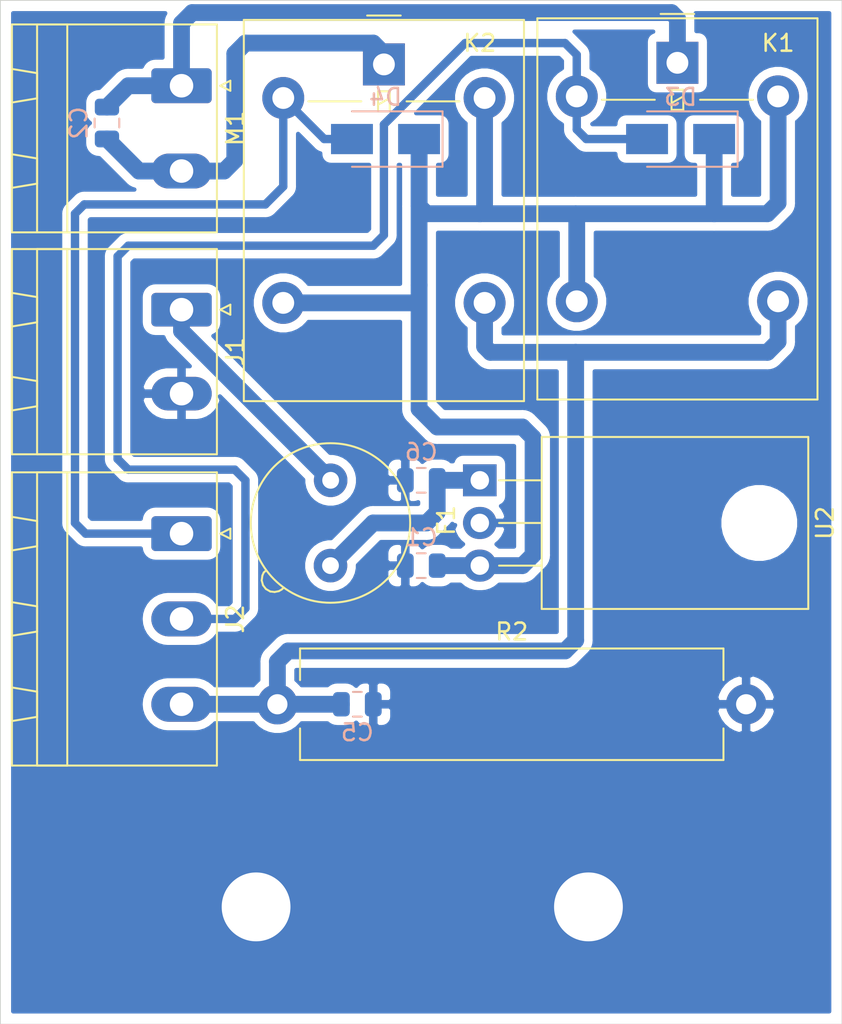
<source format=kicad_pcb>
(kicad_pcb (version 20171130) (host pcbnew "(5.1.10)-1")

  (general
    (thickness 1.6)
    (drawings 4)
    (tracks 89)
    (zones 0)
    (modules 14)
    (nets 10)
  )

  (page A4)
  (layers
    (0 F.Cu signal)
    (31 B.Cu signal)
    (32 B.Adhes user)
    (33 F.Adhes user)
    (34 B.Paste user)
    (35 F.Paste user)
    (36 B.SilkS user)
    (37 F.SilkS user)
    (38 B.Mask user)
    (39 F.Mask user)
    (40 Dwgs.User user)
    (41 Cmts.User user)
    (42 Eco1.User user)
    (43 Eco2.User user)
    (44 Edge.Cuts user)
    (45 Margin user)
    (46 B.CrtYd user)
    (47 F.CrtYd user)
    (48 B.Fab user)
    (49 F.Fab user)
  )

  (setup
    (last_trace_width 0.25)
    (trace_clearance 0.2)
    (zone_clearance 0.508)
    (zone_45_only no)
    (trace_min 0.2)
    (via_size 0.8)
    (via_drill 0.4)
    (via_min_size 0.4)
    (via_min_drill 0.3)
    (uvia_size 0.3)
    (uvia_drill 0.1)
    (uvias_allowed no)
    (uvia_min_size 0.2)
    (uvia_min_drill 0.1)
    (edge_width 0.05)
    (segment_width 0.2)
    (pcb_text_width 0.3)
    (pcb_text_size 1.5 1.5)
    (mod_edge_width 0.12)
    (mod_text_size 1 1)
    (mod_text_width 0.15)
    (pad_size 1.524 1.524)
    (pad_drill 0.762)
    (pad_to_mask_clearance 0.051)
    (solder_mask_min_width 0.25)
    (aux_axis_origin 0 0)
    (visible_elements 7FFDFFFF)
    (pcbplotparams
      (layerselection 0x010fc_ffffffff)
      (usegerberextensions false)
      (usegerberattributes false)
      (usegerberadvancedattributes false)
      (creategerberjobfile false)
      (excludeedgelayer true)
      (linewidth 0.100000)
      (plotframeref false)
      (viasonmask false)
      (mode 1)
      (useauxorigin false)
      (hpglpennumber 1)
      (hpglpenspeed 20)
      (hpglpendiameter 15.000000)
      (psnegative false)
      (psa4output false)
      (plotreference true)
      (plotvalue true)
      (plotinvisibletext false)
      (padsonsilk false)
      (subtractmaskfromsilk false)
      (outputformat 1)
      (mirror false)
      (drillshape 1)
      (scaleselection 1)
      (outputdirectory ""))
  )

  (net 0 "")
  (net 1 GND)
  (net 2 +12V)
  (net 3 "Net-(C2-Pad2)")
  (net 4 "Net-(C2-Pad1)")
  (net 5 "Net-(C6-Pad1)")
  (net 6 DO2)
  (net 7 DO1)
  (net 8 +24V)
  (net 9 AI1)

  (net_class Default "This is the default net class."
    (clearance 0.2)
    (trace_width 0.25)
    (via_dia 0.8)
    (via_drill 0.4)
    (uvia_dia 0.3)
    (uvia_drill 0.1)
  )

  (net_class Motor ""
    (clearance 0.2)
    (trace_width 1)
    (via_dia 0.8)
    (via_drill 0.4)
    (uvia_dia 0.3)
    (uvia_drill 0.1)
    (add_net "Net-(C2-Pad1)")
    (add_net "Net-(C2-Pad2)")
  )

  (net_class Power ""
    (clearance 0.2)
    (trace_width 1)
    (via_dia 0.8)
    (via_drill 0.4)
    (uvia_dia 0.3)
    (uvia_drill 0.1)
    (add_net +12V)
    (add_net +24V)
    (add_net AI1)
    (add_net GND)
    (add_net "Net-(C6-Pad1)")
  )

  (net_class Signal ""
    (clearance 0.2)
    (trace_width 0.5)
    (via_dia 0.8)
    (via_drill 0.4)
    (uvia_dia 0.3)
    (uvia_drill 0.1)
    (add_net DO1)
    (add_net DO2)
  )

  (module Relay_THT:Relay_SPDT_Omron-G5LE-1 (layer F.Cu) (tedit 5AE38B37) (tstamp 611C0473)
    (at 81.28 45.085)
    (descr "Omron Relay SPDT, http://www.omron.com/ecb/products/pdf/en-g5le.pdf")
    (tags "Omron Relay SPDT")
    (path /5B45BE30)
    (fp_text reference K2 (at 5.715 -1.27) (layer F.SilkS)
      (effects (font (size 1 1) (thickness 0.15)))
    )
    (fp_text value G5LE-1 (at 0 20.95) (layer F.Fab)
      (effects (font (size 1 1) (thickness 0.15)))
    )
    (fp_text user %R (at 0 8.7) (layer F.Fab)
      (effects (font (size 1 1) (thickness 0.15)))
    )
    (fp_line (start 0 -1.55) (end 1 -2.55) (layer F.Fab) (width 0.1))
    (fp_line (start 1 -2.55) (end 8.25 -2.55) (layer F.Fab) (width 0.1))
    (fp_line (start 8.25 -2.55) (end 8.25 19.95) (layer F.Fab) (width 0.1))
    (fp_line (start 8.25 19.95) (end -8.25 19.95) (layer F.Fab) (width 0.1))
    (fp_line (start -8.25 19.95) (end -8.25 -2.55) (layer F.Fab) (width 0.1))
    (fp_line (start -8.25 -2.55) (end -1 -2.55) (layer F.Fab) (width 0.1))
    (fp_line (start -1 -2.55) (end 0 -1.55) (layer F.Fab) (width 0.1))
    (fp_line (start -4.5 2) (end 4.5 2) (layer F.Fab) (width 0.1))
    (fp_line (start 8.35 20.05) (end 8.35 -2.65) (layer F.SilkS) (width 0.12))
    (fp_line (start 8.35 -2.65) (end -8.35 -2.65) (layer F.SilkS) (width 0.12))
    (fp_line (start -8.35 -2.65) (end -8.35 20.05) (layer F.SilkS) (width 0.12))
    (fp_line (start -8.35 20.05) (end 8.35 20.05) (layer F.SilkS) (width 0.12))
    (fp_line (start -0.35 2.4) (end 0.35 2) (layer F.SilkS) (width 0.12))
    (fp_line (start 0.35 2.8) (end 0.35 1.6) (layer F.SilkS) (width 0.12))
    (fp_line (start 0.35 1.6) (end -0.35 1.6) (layer F.SilkS) (width 0.12))
    (fp_line (start -0.35 1.6) (end -0.35 2.8) (layer F.SilkS) (width 0.12))
    (fp_line (start -0.35 2.8) (end 0.35 2.8) (layer F.SilkS) (width 0.12))
    (fp_line (start -1 -2.91) (end 1 -2.91) (layer F.SilkS) (width 0.12))
    (fp_line (start -4.5 2.2) (end -1.35 2.2) (layer F.SilkS) (width 0.12))
    (fp_line (start 1.35 2.2) (end 4.5 2.2) (layer F.SilkS) (width 0.12))
    (fp_line (start 8.5 20.2) (end 8.5 -2.8) (layer F.CrtYd) (width 0.05))
    (fp_line (start 8.5 -2.8) (end -8.5 -2.8) (layer F.CrtYd) (width 0.05))
    (fp_line (start -8.5 -2.8) (end -8.5 20.2) (layer F.CrtYd) (width 0.05))
    (fp_line (start -8.5 20.2) (end 8.5 20.2) (layer F.CrtYd) (width 0.05))
    (pad 5 thru_hole oval (at 6 2) (size 2.5 2.5) (drill 1.3) (layers *.Cu *.Mask)
      (net 2 +12V))
    (pad 4 thru_hole oval (at 6 14.2) (size 2.5 2.5) (drill 1.3) (layers *.Cu *.Mask)
      (net 9 AI1))
    (pad 3 thru_hole oval (at -6 14.2) (size 2.5 2.5) (drill 1.3) (layers *.Cu *.Mask)
      (net 2 +12V))
    (pad 2 thru_hole oval (at -6 2) (size 2.5 2.5) (drill 1.3) (layers *.Cu *.Mask)
      (net 7 DO1))
    (pad 1 thru_hole rect (at 0 0) (size 2.5 2.5) (drill 1.3) (layers *.Cu *.Mask)
      (net 3 "Net-(C2-Pad2)"))
    (model ${KISYS3DMOD}/Relay_THT.3dshapes/Relay_SPDT_Omron-G5LE-1.wrl
      (at (xyz 0 0 0))
      (scale (xyz 1 1 1))
      (rotate (xyz 0 0 0))
    )
  )

  (module Capacitor_SMD:C_0805_2012Metric (layer B.Cu) (tedit 5F68FEEE) (tstamp 611C2224)
    (at 83.505 74.93 180)
    (descr "Capacitor SMD 0805 (2012 Metric), square (rectangular) end terminal, IPC_7351 nominal, (Body size source: IPC-SM-782 page 76, https://www.pcb-3d.com/wordpress/wp-content/uploads/ipc-sm-782a_amendment_1_and_2.pdf, https://docs.google.com/spreadsheets/d/1BsfQQcO9C6DZCsRaXUlFlo91Tg2WpOkGARC1WS5S8t0/edit?usp=sharing), generated with kicad-footprint-generator")
    (tags capacitor)
    (path /5E38B8D3)
    (attr smd)
    (fp_text reference C1 (at 0 1.68 180) (layer B.SilkS)
      (effects (font (size 1 1) (thickness 0.15)) (justify mirror))
    )
    (fp_text value 100nF (at 0 -1.68 180) (layer B.Fab)
      (effects (font (size 1 1) (thickness 0.15)) (justify mirror))
    )
    (fp_text user %R (at 0 0 180) (layer B.Fab)
      (effects (font (size 0.5 0.5) (thickness 0.08)) (justify mirror))
    )
    (fp_line (start -1 -0.625) (end -1 0.625) (layer B.Fab) (width 0.1))
    (fp_line (start -1 0.625) (end 1 0.625) (layer B.Fab) (width 0.1))
    (fp_line (start 1 0.625) (end 1 -0.625) (layer B.Fab) (width 0.1))
    (fp_line (start 1 -0.625) (end -1 -0.625) (layer B.Fab) (width 0.1))
    (fp_line (start -0.261252 0.735) (end 0.261252 0.735) (layer B.SilkS) (width 0.12))
    (fp_line (start -0.261252 -0.735) (end 0.261252 -0.735) (layer B.SilkS) (width 0.12))
    (fp_line (start -1.7 -0.98) (end -1.7 0.98) (layer B.CrtYd) (width 0.05))
    (fp_line (start -1.7 0.98) (end 1.7 0.98) (layer B.CrtYd) (width 0.05))
    (fp_line (start 1.7 0.98) (end 1.7 -0.98) (layer B.CrtYd) (width 0.05))
    (fp_line (start 1.7 -0.98) (end -1.7 -0.98) (layer B.CrtYd) (width 0.05))
    (pad 2 smd roundrect (at 0.95 0 180) (size 1 1.45) (layers B.Cu B.Paste B.Mask) (roundrect_rratio 0.25)
      (net 1 GND))
    (pad 1 smd roundrect (at -0.95 0 180) (size 1 1.45) (layers B.Cu B.Paste B.Mask) (roundrect_rratio 0.25)
      (net 2 +12V))
    (model ${KISYS3DMOD}/Capacitor_SMD.3dshapes/C_0805_2012Metric.wrl
      (at (xyz 0 0 0))
      (scale (xyz 1 1 1))
      (rotate (xyz 0 0 0))
    )
  )

  (module Capacitor_SMD:C_0805_2012Metric (layer B.Cu) (tedit 5F68FEEE) (tstamp 611C036F)
    (at 64.77 48.575 270)
    (descr "Capacitor SMD 0805 (2012 Metric), square (rectangular) end terminal, IPC_7351 nominal, (Body size source: IPC-SM-782 page 76, https://www.pcb-3d.com/wordpress/wp-content/uploads/ipc-sm-782a_amendment_1_and_2.pdf, https://docs.google.com/spreadsheets/d/1BsfQQcO9C6DZCsRaXUlFlo91Tg2WpOkGARC1WS5S8t0/edit?usp=sharing), generated with kicad-footprint-generator")
    (tags capacitor)
    (path /5E39505A)
    (attr smd)
    (fp_text reference C2 (at 0 1.68 270) (layer B.SilkS)
      (effects (font (size 1 1) (thickness 0.15)) (justify mirror))
    )
    (fp_text value 100nF (at 0 -1.68 270) (layer B.Fab)
      (effects (font (size 1 1) (thickness 0.15)) (justify mirror))
    )
    (fp_line (start 1.7 -0.98) (end -1.7 -0.98) (layer B.CrtYd) (width 0.05))
    (fp_line (start 1.7 0.98) (end 1.7 -0.98) (layer B.CrtYd) (width 0.05))
    (fp_line (start -1.7 0.98) (end 1.7 0.98) (layer B.CrtYd) (width 0.05))
    (fp_line (start -1.7 -0.98) (end -1.7 0.98) (layer B.CrtYd) (width 0.05))
    (fp_line (start -0.261252 -0.735) (end 0.261252 -0.735) (layer B.SilkS) (width 0.12))
    (fp_line (start -0.261252 0.735) (end 0.261252 0.735) (layer B.SilkS) (width 0.12))
    (fp_line (start 1 -0.625) (end -1 -0.625) (layer B.Fab) (width 0.1))
    (fp_line (start 1 0.625) (end 1 -0.625) (layer B.Fab) (width 0.1))
    (fp_line (start -1 0.625) (end 1 0.625) (layer B.Fab) (width 0.1))
    (fp_line (start -1 -0.625) (end -1 0.625) (layer B.Fab) (width 0.1))
    (fp_text user %R (at 0 0 270) (layer B.Fab)
      (effects (font (size 0.5 0.5) (thickness 0.08)) (justify mirror))
    )
    (pad 1 smd roundrect (at -0.95 0 270) (size 1 1.45) (layers B.Cu B.Paste B.Mask) (roundrect_rratio 0.25)
      (net 4 "Net-(C2-Pad1)"))
    (pad 2 smd roundrect (at 0.95 0 270) (size 1 1.45) (layers B.Cu B.Paste B.Mask) (roundrect_rratio 0.25)
      (net 3 "Net-(C2-Pad2)"))
    (model ${KISYS3DMOD}/Capacitor_SMD.3dshapes/C_0805_2012Metric.wrl
      (at (xyz 0 0 0))
      (scale (xyz 1 1 1))
      (rotate (xyz 0 0 0))
    )
  )

  (module Capacitor_SMD:C_0805_2012Metric (layer B.Cu) (tedit 5F68FEEE) (tstamp 611C0380)
    (at 79.695 83.185)
    (descr "Capacitor SMD 0805 (2012 Metric), square (rectangular) end terminal, IPC_7351 nominal, (Body size source: IPC-SM-782 page 76, https://www.pcb-3d.com/wordpress/wp-content/uploads/ipc-sm-782a_amendment_1_and_2.pdf, https://docs.google.com/spreadsheets/d/1BsfQQcO9C6DZCsRaXUlFlo91Tg2WpOkGARC1WS5S8t0/edit?usp=sharing), generated with kicad-footprint-generator")
    (tags capacitor)
    (path /5EE37A80)
    (attr smd)
    (fp_text reference C5 (at 0 1.68) (layer B.SilkS)
      (effects (font (size 1 1) (thickness 0.15)) (justify mirror))
    )
    (fp_text value 10nF (at 0 -1.68) (layer B.Fab)
      (effects (font (size 1 1) (thickness 0.15)) (justify mirror))
    )
    (fp_text user %R (at 0 0) (layer B.Fab)
      (effects (font (size 0.5 0.5) (thickness 0.08)) (justify mirror))
    )
    (fp_line (start -1 -0.625) (end -1 0.625) (layer B.Fab) (width 0.1))
    (fp_line (start -1 0.625) (end 1 0.625) (layer B.Fab) (width 0.1))
    (fp_line (start 1 0.625) (end 1 -0.625) (layer B.Fab) (width 0.1))
    (fp_line (start 1 -0.625) (end -1 -0.625) (layer B.Fab) (width 0.1))
    (fp_line (start -0.261252 0.735) (end 0.261252 0.735) (layer B.SilkS) (width 0.12))
    (fp_line (start -0.261252 -0.735) (end 0.261252 -0.735) (layer B.SilkS) (width 0.12))
    (fp_line (start -1.7 -0.98) (end -1.7 0.98) (layer B.CrtYd) (width 0.05))
    (fp_line (start -1.7 0.98) (end 1.7 0.98) (layer B.CrtYd) (width 0.05))
    (fp_line (start 1.7 0.98) (end 1.7 -0.98) (layer B.CrtYd) (width 0.05))
    (fp_line (start 1.7 -0.98) (end -1.7 -0.98) (layer B.CrtYd) (width 0.05))
    (pad 2 smd roundrect (at 0.95 0) (size 1 1.45) (layers B.Cu B.Paste B.Mask) (roundrect_rratio 0.25)
      (net 1 GND))
    (pad 1 smd roundrect (at -0.95 0) (size 1 1.45) (layers B.Cu B.Paste B.Mask) (roundrect_rratio 0.25)
      (net 9 AI1))
    (model ${KISYS3DMOD}/Capacitor_SMD.3dshapes/C_0805_2012Metric.wrl
      (at (xyz 0 0 0))
      (scale (xyz 1 1 1))
      (rotate (xyz 0 0 0))
    )
  )

  (module Capacitor_SMD:C_0805_2012Metric (layer B.Cu) (tedit 5F68FEEE) (tstamp 611C21F4)
    (at 83.505 69.85 180)
    (descr "Capacitor SMD 0805 (2012 Metric), square (rectangular) end terminal, IPC_7351 nominal, (Body size source: IPC-SM-782 page 76, https://www.pcb-3d.com/wordpress/wp-content/uploads/ipc-sm-782a_amendment_1_and_2.pdf, https://docs.google.com/spreadsheets/d/1BsfQQcO9C6DZCsRaXUlFlo91Tg2WpOkGARC1WS5S8t0/edit?usp=sharing), generated with kicad-footprint-generator")
    (tags capacitor)
    (path /5E33A4FC)
    (attr smd)
    (fp_text reference C6 (at 0 1.68 180) (layer B.SilkS)
      (effects (font (size 1 1) (thickness 0.15)) (justify mirror))
    )
    (fp_text value 100nF (at 0 -1.68 180) (layer B.Fab)
      (effects (font (size 1 1) (thickness 0.15)) (justify mirror))
    )
    (fp_line (start 1.7 -0.98) (end -1.7 -0.98) (layer B.CrtYd) (width 0.05))
    (fp_line (start 1.7 0.98) (end 1.7 -0.98) (layer B.CrtYd) (width 0.05))
    (fp_line (start -1.7 0.98) (end 1.7 0.98) (layer B.CrtYd) (width 0.05))
    (fp_line (start -1.7 -0.98) (end -1.7 0.98) (layer B.CrtYd) (width 0.05))
    (fp_line (start -0.261252 -0.735) (end 0.261252 -0.735) (layer B.SilkS) (width 0.12))
    (fp_line (start -0.261252 0.735) (end 0.261252 0.735) (layer B.SilkS) (width 0.12))
    (fp_line (start 1 -0.625) (end -1 -0.625) (layer B.Fab) (width 0.1))
    (fp_line (start 1 0.625) (end 1 -0.625) (layer B.Fab) (width 0.1))
    (fp_line (start -1 0.625) (end 1 0.625) (layer B.Fab) (width 0.1))
    (fp_line (start -1 -0.625) (end -1 0.625) (layer B.Fab) (width 0.1))
    (fp_text user %R (at 0 0 180) (layer B.Fab)
      (effects (font (size 0.5 0.5) (thickness 0.08)) (justify mirror))
    )
    (pad 1 smd roundrect (at -0.95 0 180) (size 1 1.45) (layers B.Cu B.Paste B.Mask) (roundrect_rratio 0.25)
      (net 5 "Net-(C6-Pad1)"))
    (pad 2 smd roundrect (at 0.95 0 180) (size 1 1.45) (layers B.Cu B.Paste B.Mask) (roundrect_rratio 0.25)
      (net 1 GND))
    (model ${KISYS3DMOD}/Capacitor_SMD.3dshapes/C_0805_2012Metric.wrl
      (at (xyz 0 0 0))
      (scale (xyz 1 1 1))
      (rotate (xyz 0 0 0))
    )
  )

  (module Diode_SMD:D_SMA (layer B.Cu) (tedit 586432E5) (tstamp 611C03A9)
    (at 98.965 49.53 180)
    (descr "Diode SMA (DO-214AC)")
    (tags "Diode SMA (DO-214AC)")
    (path /5E384EA5)
    (attr smd)
    (fp_text reference D3 (at 0 2.5 180) (layer B.SilkS)
      (effects (font (size 1 1) (thickness 0.15)) (justify mirror))
    )
    (fp_text value 1F4007 (at 0 -2.6 180) (layer B.Fab)
      (effects (font (size 1 1) (thickness 0.15)) (justify mirror))
    )
    (fp_line (start -3.4 1.65) (end 2 1.65) (layer B.SilkS) (width 0.12))
    (fp_line (start -3.4 -1.65) (end 2 -1.65) (layer B.SilkS) (width 0.12))
    (fp_line (start -0.64944 -0.00102) (end 0.50118 0.79908) (layer B.Fab) (width 0.1))
    (fp_line (start -0.64944 -0.00102) (end 0.50118 -0.75032) (layer B.Fab) (width 0.1))
    (fp_line (start 0.50118 -0.75032) (end 0.50118 0.79908) (layer B.Fab) (width 0.1))
    (fp_line (start -0.64944 0.79908) (end -0.64944 -0.80112) (layer B.Fab) (width 0.1))
    (fp_line (start 0.50118 -0.00102) (end 1.4994 -0.00102) (layer B.Fab) (width 0.1))
    (fp_line (start -0.64944 -0.00102) (end -1.55114 -0.00102) (layer B.Fab) (width 0.1))
    (fp_line (start -3.5 -1.75) (end -3.5 1.75) (layer B.CrtYd) (width 0.05))
    (fp_line (start 3.5 -1.75) (end -3.5 -1.75) (layer B.CrtYd) (width 0.05))
    (fp_line (start 3.5 1.75) (end 3.5 -1.75) (layer B.CrtYd) (width 0.05))
    (fp_line (start -3.5 1.75) (end 3.5 1.75) (layer B.CrtYd) (width 0.05))
    (fp_line (start 2.3 1.5) (end -2.3 1.5) (layer B.Fab) (width 0.1))
    (fp_line (start 2.3 1.5) (end 2.3 -1.5) (layer B.Fab) (width 0.1))
    (fp_line (start -2.3 -1.5) (end -2.3 1.5) (layer B.Fab) (width 0.1))
    (fp_line (start 2.3 -1.5) (end -2.3 -1.5) (layer B.Fab) (width 0.1))
    (fp_line (start -3.4 1.65) (end -3.4 -1.65) (layer B.SilkS) (width 0.12))
    (fp_text user %R (at 0 2.5 180) (layer B.Fab)
      (effects (font (size 1 1) (thickness 0.15)) (justify mirror))
    )
    (pad 1 smd rect (at -2 0 180) (size 2.5 1.8) (layers B.Cu B.Paste B.Mask)
      (net 2 +12V))
    (pad 2 smd rect (at 2 0 180) (size 2.5 1.8) (layers B.Cu B.Paste B.Mask)
      (net 6 DO2))
    (model ${KISYS3DMOD}/Diode_SMD.3dshapes/D_SMA.wrl
      (at (xyz 0 0 0))
      (scale (xyz 1 1 1))
      (rotate (xyz 0 0 0))
    )
  )

  (module Diode_SMD:D_SMA (layer B.Cu) (tedit 586432E5) (tstamp 611C03C1)
    (at 81.375 49.53 180)
    (descr "Diode SMA (DO-214AC)")
    (tags "Diode SMA (DO-214AC)")
    (path /5E38527A)
    (attr smd)
    (fp_text reference D4 (at 0 2.5 180) (layer B.SilkS)
      (effects (font (size 1 1) (thickness 0.15)) (justify mirror))
    )
    (fp_text value 1F4007 (at 0 -2.6 180) (layer B.Fab)
      (effects (font (size 1 1) (thickness 0.15)) (justify mirror))
    )
    (fp_text user %R (at 0 2.5 180) (layer B.Fab)
      (effects (font (size 1 1) (thickness 0.15)) (justify mirror))
    )
    (fp_line (start -3.4 1.65) (end -3.4 -1.65) (layer B.SilkS) (width 0.12))
    (fp_line (start 2.3 -1.5) (end -2.3 -1.5) (layer B.Fab) (width 0.1))
    (fp_line (start -2.3 -1.5) (end -2.3 1.5) (layer B.Fab) (width 0.1))
    (fp_line (start 2.3 1.5) (end 2.3 -1.5) (layer B.Fab) (width 0.1))
    (fp_line (start 2.3 1.5) (end -2.3 1.5) (layer B.Fab) (width 0.1))
    (fp_line (start -3.5 1.75) (end 3.5 1.75) (layer B.CrtYd) (width 0.05))
    (fp_line (start 3.5 1.75) (end 3.5 -1.75) (layer B.CrtYd) (width 0.05))
    (fp_line (start 3.5 -1.75) (end -3.5 -1.75) (layer B.CrtYd) (width 0.05))
    (fp_line (start -3.5 -1.75) (end -3.5 1.75) (layer B.CrtYd) (width 0.05))
    (fp_line (start -0.64944 -0.00102) (end -1.55114 -0.00102) (layer B.Fab) (width 0.1))
    (fp_line (start 0.50118 -0.00102) (end 1.4994 -0.00102) (layer B.Fab) (width 0.1))
    (fp_line (start -0.64944 0.79908) (end -0.64944 -0.80112) (layer B.Fab) (width 0.1))
    (fp_line (start 0.50118 -0.75032) (end 0.50118 0.79908) (layer B.Fab) (width 0.1))
    (fp_line (start -0.64944 -0.00102) (end 0.50118 -0.75032) (layer B.Fab) (width 0.1))
    (fp_line (start -0.64944 -0.00102) (end 0.50118 0.79908) (layer B.Fab) (width 0.1))
    (fp_line (start -3.4 -1.65) (end 2 -1.65) (layer B.SilkS) (width 0.12))
    (fp_line (start -3.4 1.65) (end 2 1.65) (layer B.SilkS) (width 0.12))
    (pad 2 smd rect (at 2 0 180) (size 2.5 1.8) (layers B.Cu B.Paste B.Mask)
      (net 7 DO1))
    (pad 1 smd rect (at -2 0 180) (size 2.5 1.8) (layers B.Cu B.Paste B.Mask)
      (net 2 +12V))
    (model ${KISYS3DMOD}/Diode_SMD.3dshapes/D_SMA.wrl
      (at (xyz 0 0 0))
      (scale (xyz 1 1 1))
      (rotate (xyz 0 0 0))
    )
  )

  (module Fuse:Fuseholder_TR5_Littelfuse_No560_No460 (layer F.Cu) (tedit 5C39BAE2) (tstamp 611C03E2)
    (at 78.105 69.85 270)
    (descr "Fuse, Fuseholder, TR5, Littelfuse/Wickmann, No. 460, No560, https://www.littelfuse.com/~/media/electronics/datasheets/fuse_holders/littelfuse_fuse_holder_559_560_datasheet.pdf.pdf")
    (tags "Fuse Fuseholder TR5 Littelfuse/Wickmann No. 460 No560 ")
    (path /5B46A513)
    (fp_text reference F1 (at 2.39 -6.89 90) (layer F.SilkS)
      (effects (font (size 1 1) (thickness 0.15)))
    )
    (fp_text value Polyfuse (at 2.39 7.43 90) (layer F.Fab)
      (effects (font (size 1 1) (thickness 0.15)))
    )
    (fp_circle (center 2.54 0.01) (end 7.29 0.01) (layer F.SilkS) (width 0.12))
    (fp_circle (center 2.55 0) (end 7.25 0) (layer F.Fab) (width 0.1))
    (fp_line (start 7.54 5.01) (end -2.46 5.01) (layer F.CrtYd) (width 0.05))
    (fp_line (start 7.54 5.01) (end 7.54 -4.99) (layer F.CrtYd) (width 0.05))
    (fp_line (start -2.46 -4.99) (end -2.46 5.01) (layer F.CrtYd) (width 0.05))
    (fp_line (start -2.46 -4.99) (end 7.54 -4.99) (layer F.CrtYd) (width 0.05))
    (fp_line (start 5.49 3.99) (end 5.36 3.84) (layer F.SilkS) (width 0.12))
    (fp_line (start 5.67 4.07) (end 5.49 3.99) (layer F.SilkS) (width 0.12))
    (fp_line (start 5.96 4.11) (end 5.67 4.07) (layer F.SilkS) (width 0.12))
    (fp_line (start 6.25 4.03) (end 5.96 4.11) (layer F.SilkS) (width 0.12))
    (fp_line (start 6.47 3.86) (end 6.25 4.03) (layer F.SilkS) (width 0.12))
    (fp_line (start 6.62 3.6) (end 6.47 3.86) (layer F.SilkS) (width 0.12))
    (fp_line (start 6.65 3.34) (end 6.62 3.6) (layer F.SilkS) (width 0.12))
    (fp_line (start 6.6 3.09) (end 6.65 3.34) (layer F.SilkS) (width 0.12))
    (fp_line (start 6.51 2.93) (end 6.6 3.09) (layer F.SilkS) (width 0.12))
    (fp_line (start 6.39 2.79) (end 6.51 2.93) (layer F.SilkS) (width 0.12))
    (fp_line (start 6.34 2.74) (end 6.46 2.88) (layer F.Fab) (width 0.1))
    (fp_line (start 6.46 2.88) (end 6.55 3.04) (layer F.Fab) (width 0.1))
    (fp_line (start 6.55 3.04) (end 6.6 3.29) (layer F.Fab) (width 0.1))
    (fp_line (start 6.6 3.29) (end 6.57 3.55) (layer F.Fab) (width 0.1))
    (fp_line (start 6.57 3.55) (end 6.42 3.81) (layer F.Fab) (width 0.1))
    (fp_line (start 6.42 3.81) (end 6.2 3.98) (layer F.Fab) (width 0.1))
    (fp_line (start 6.2 3.98) (end 5.91 4.06) (layer F.Fab) (width 0.1))
    (fp_line (start 5.91 4.06) (end 5.62 4.02) (layer F.Fab) (width 0.1))
    (fp_line (start 5.62 4.02) (end 5.44 3.94) (layer F.Fab) (width 0.1))
    (fp_line (start 5.44 3.94) (end 5.31 3.79) (layer F.Fab) (width 0.1))
    (fp_text user %R (at 2.75 -2.75 90) (layer F.Fab)
      (effects (font (size 1 1) (thickness 0.15)))
    )
    (pad 1 thru_hole circle (at 0 0 270) (size 2 2) (drill 1) (layers *.Cu *.Mask)
      (net 8 +24V))
    (pad 2 thru_hole circle (at 5.08 0.01 270) (size 2 2) (drill 1) (layers *.Cu *.Mask)
      (net 5 "Net-(C6-Pad1)"))
    (model ${KISYS3DMOD}/Fuse.3dshapes/Fuseholder_TR5_Littelfuse_No560_No460.wrl
      (at (xyz 0 0 0))
      (scale (xyz 1 1 1))
      (rotate (xyz 0 0 0))
    )
  )

  (module Connector_Phoenix_MSTB:PhoenixContact_MSTBA_2,5_2-G_1x02_P5.00mm_Horizontal (layer F.Cu) (tedit 5B785046) (tstamp 611C0406)
    (at 69.215 59.69 270)
    (descr "Generic Phoenix Contact connector footprint for: MSTBA_2,5/2-G; number of pins: 02; pin pitch: 5.00mm; Angled || order number: 1757475 12A || order number: 1923759 16A (HC)")
    (tags "phoenix_contact connector MSTBA_01x02_G_5.00mm")
    (path /5E32FCCC)
    (fp_text reference J1 (at 2.5 -3.2 90) (layer F.SilkS)
      (effects (font (size 1 1) (thickness 0.15)))
    )
    (fp_text value POWER (at 2.5 11.2 90) (layer F.Fab)
      (effects (font (size 1 1) (thickness 0.15)))
    )
    (fp_line (start 0 -0.5) (end -0.95 -2) (layer F.Fab) (width 0.1))
    (fp_line (start 0.95 -2) (end 0 -0.5) (layer F.Fab) (width 0.1))
    (fp_line (start -0.3 -2.91) (end 0.3 -2.91) (layer F.SilkS) (width 0.12))
    (fp_line (start 0 -2.31) (end -0.3 -2.91) (layer F.SilkS) (width 0.12))
    (fp_line (start 0.3 -2.91) (end 0 -2.31) (layer F.SilkS) (width 0.12))
    (fp_line (start 9 -2.5) (end -4 -2.5) (layer F.CrtYd) (width 0.05))
    (fp_line (start 9 10.5) (end 9 -2.5) (layer F.CrtYd) (width 0.05))
    (fp_line (start -4 10.5) (end 9 10.5) (layer F.CrtYd) (width 0.05))
    (fp_line (start -4 -2.5) (end -4 10.5) (layer F.CrtYd) (width 0.05))
    (fp_line (start 4.25 8.61) (end 4 10.11) (layer F.SilkS) (width 0.12))
    (fp_line (start 5.75 8.61) (end 4.25 8.61) (layer F.SilkS) (width 0.12))
    (fp_line (start 6 10.11) (end 5.75 8.61) (layer F.SilkS) (width 0.12))
    (fp_line (start 4 10.11) (end 6 10.11) (layer F.SilkS) (width 0.12))
    (fp_line (start -0.75 8.61) (end -1 10.11) (layer F.SilkS) (width 0.12))
    (fp_line (start 0.75 8.61) (end -0.75 8.61) (layer F.SilkS) (width 0.12))
    (fp_line (start 1 10.11) (end 0.75 8.61) (layer F.SilkS) (width 0.12))
    (fp_line (start -1 10.11) (end 1 10.11) (layer F.SilkS) (width 0.12))
    (fp_line (start 8.61 8.61) (end -3.61 8.61) (layer F.SilkS) (width 0.12))
    (fp_line (start 8.61 6.81) (end 8.61 8.61) (layer F.SilkS) (width 0.12))
    (fp_line (start -3.61 6.81) (end 8.61 6.81) (layer F.SilkS) (width 0.12))
    (fp_line (start -3.61 8.61) (end -3.61 6.81) (layer F.SilkS) (width 0.12))
    (fp_line (start 8.5 -2) (end -3.5 -2) (layer F.Fab) (width 0.1))
    (fp_line (start 8.5 10) (end 8.5 -2) (layer F.Fab) (width 0.1))
    (fp_line (start -3.5 10) (end 8.5 10) (layer F.Fab) (width 0.1))
    (fp_line (start -3.5 -2) (end -3.5 10) (layer F.Fab) (width 0.1))
    (fp_line (start 8.61 -2.11) (end -3.61 -2.11) (layer F.SilkS) (width 0.12))
    (fp_line (start 8.61 10.11) (end 8.61 -2.11) (layer F.SilkS) (width 0.12))
    (fp_line (start -3.61 10.11) (end 8.61 10.11) (layer F.SilkS) (width 0.12))
    (fp_line (start -3.61 -2.11) (end -3.61 10.11) (layer F.SilkS) (width 0.12))
    (fp_text user %R (at 2.5 -1.3 90) (layer F.Fab)
      (effects (font (size 1 1) (thickness 0.15)))
    )
    (pad 1 thru_hole roundrect (at 0 0 270) (size 2 3.6) (drill 1.4) (layers *.Cu *.Mask) (roundrect_rratio 0.125)
      (net 8 +24V))
    (pad 2 thru_hole oval (at 5 0 270) (size 2 3.6) (drill 1.4) (layers *.Cu *.Mask)
      (net 1 GND))
    (model ${KISYS3DMOD}/Connector_Phoenix_MSTB.3dshapes/PhoenixContact_MSTBA_2,5_2-G_1x02_P5.00mm_Horizontal.wrl
      (at (xyz 0 0 0))
      (scale (xyz 1 1 1))
      (rotate (xyz 0 0 0))
    )
  )

  (module Connector_Phoenix_MSTB:PhoenixContact_MSTBA_2,5_3-G-5,08_1x03_P5.08mm_Horizontal (layer F.Cu) (tedit 5B785047) (tstamp 611C042F)
    (at 69.215 73.025 270)
    (descr "Generic Phoenix Contact connector footprint for: MSTBA_2,5/3-G-5,08; number of pins: 03; pin pitch: 5.08mm; Angled || order number: 1757255 12A || order number: 1923872 16A (HC)")
    (tags "phoenix_contact connector MSTBA_01x03_G_5.08mm")
    (path /611CC096)
    (fp_text reference J2 (at 5.08 -3.2 90) (layer F.SilkS)
      (effects (font (size 1 1) (thickness 0.15)))
    )
    (fp_text value Control (at 5.08 11.2 90) (layer F.Fab)
      (effects (font (size 1 1) (thickness 0.15)))
    )
    (fp_line (start 0 -0.5) (end -0.95 -2) (layer F.Fab) (width 0.1))
    (fp_line (start 0.95 -2) (end 0 -0.5) (layer F.Fab) (width 0.1))
    (fp_line (start -0.3 -2.91) (end 0.3 -2.91) (layer F.SilkS) (width 0.12))
    (fp_line (start 0 -2.31) (end -0.3 -2.91) (layer F.SilkS) (width 0.12))
    (fp_line (start 0.3 -2.91) (end 0 -2.31) (layer F.SilkS) (width 0.12))
    (fp_line (start 14.2 -2.5) (end -4.04 -2.5) (layer F.CrtYd) (width 0.05))
    (fp_line (start 14.2 10.5) (end 14.2 -2.5) (layer F.CrtYd) (width 0.05))
    (fp_line (start -4.04 10.5) (end 14.2 10.5) (layer F.CrtYd) (width 0.05))
    (fp_line (start -4.04 -2.5) (end -4.04 10.5) (layer F.CrtYd) (width 0.05))
    (fp_line (start 9.41 8.61) (end 9.16 10.11) (layer F.SilkS) (width 0.12))
    (fp_line (start 10.91 8.61) (end 9.41 8.61) (layer F.SilkS) (width 0.12))
    (fp_line (start 11.16 10.11) (end 10.91 8.61) (layer F.SilkS) (width 0.12))
    (fp_line (start 9.16 10.11) (end 11.16 10.11) (layer F.SilkS) (width 0.12))
    (fp_line (start 4.33 8.61) (end 4.08 10.11) (layer F.SilkS) (width 0.12))
    (fp_line (start 5.83 8.61) (end 4.33 8.61) (layer F.SilkS) (width 0.12))
    (fp_line (start 6.08 10.11) (end 5.83 8.61) (layer F.SilkS) (width 0.12))
    (fp_line (start 4.08 10.11) (end 6.08 10.11) (layer F.SilkS) (width 0.12))
    (fp_line (start -0.75 8.61) (end -1 10.11) (layer F.SilkS) (width 0.12))
    (fp_line (start 0.75 8.61) (end -0.75 8.61) (layer F.SilkS) (width 0.12))
    (fp_line (start 1 10.11) (end 0.75 8.61) (layer F.SilkS) (width 0.12))
    (fp_line (start -1 10.11) (end 1 10.11) (layer F.SilkS) (width 0.12))
    (fp_line (start 13.81 8.61) (end -3.65 8.61) (layer F.SilkS) (width 0.12))
    (fp_line (start 13.81 6.81) (end 13.81 8.61) (layer F.SilkS) (width 0.12))
    (fp_line (start -3.65 6.81) (end 13.81 6.81) (layer F.SilkS) (width 0.12))
    (fp_line (start -3.65 8.61) (end -3.65 6.81) (layer F.SilkS) (width 0.12))
    (fp_line (start 13.7 -2) (end -3.54 -2) (layer F.Fab) (width 0.1))
    (fp_line (start 13.7 10) (end 13.7 -2) (layer F.Fab) (width 0.1))
    (fp_line (start -3.54 10) (end 13.7 10) (layer F.Fab) (width 0.1))
    (fp_line (start -3.54 -2) (end -3.54 10) (layer F.Fab) (width 0.1))
    (fp_line (start 13.81 -2.11) (end -3.65 -2.11) (layer F.SilkS) (width 0.12))
    (fp_line (start 13.81 10.11) (end 13.81 -2.11) (layer F.SilkS) (width 0.12))
    (fp_line (start -3.65 10.11) (end 13.81 10.11) (layer F.SilkS) (width 0.12))
    (fp_line (start -3.65 -2.11) (end -3.65 10.11) (layer F.SilkS) (width 0.12))
    (fp_text user %R (at 5.08 -1.3 90) (layer F.Fab)
      (effects (font (size 1 1) (thickness 0.15)))
    )
    (pad 1 thru_hole roundrect (at 0 0 270) (size 2.08 3.6) (drill 1.4) (layers *.Cu *.Mask) (roundrect_rratio 0.120192)
      (net 7 DO1))
    (pad 2 thru_hole oval (at 5.08 0 270) (size 2.08 3.6) (drill 1.4) (layers *.Cu *.Mask)
      (net 6 DO2))
    (pad 3 thru_hole oval (at 10.16 0 270) (size 2.08 3.6) (drill 1.4) (layers *.Cu *.Mask)
      (net 9 AI1))
    (model ${KISYS3DMOD}/Connector_Phoenix_MSTB.3dshapes/PhoenixContact_MSTBA_2,5_3-G-5,08_1x03_P5.08mm_Horizontal.wrl
      (at (xyz 0 0 0))
      (scale (xyz 1 1 1))
      (rotate (xyz 0 0 0))
    )
  )

  (module Relay_THT:Relay_SPDT_Omron-G5LE-1 (layer F.Cu) (tedit 5AE38B37) (tstamp 611C0451)
    (at 98.775 44.99)
    (descr "Omron Relay SPDT, http://www.omron.com/ecb/products/pdf/en-g5le.pdf")
    (tags "Omron Relay SPDT")
    (path /5B45BD82)
    (fp_text reference K1 (at 6 -1.175) (layer F.SilkS)
      (effects (font (size 1 1) (thickness 0.15)))
    )
    (fp_text value G5LE-1 (at 0 20.95) (layer F.Fab)
      (effects (font (size 1 1) (thickness 0.15)))
    )
    (fp_line (start -8.5 20.2) (end 8.5 20.2) (layer F.CrtYd) (width 0.05))
    (fp_line (start -8.5 -2.8) (end -8.5 20.2) (layer F.CrtYd) (width 0.05))
    (fp_line (start 8.5 -2.8) (end -8.5 -2.8) (layer F.CrtYd) (width 0.05))
    (fp_line (start 8.5 20.2) (end 8.5 -2.8) (layer F.CrtYd) (width 0.05))
    (fp_line (start 1.35 2.2) (end 4.5 2.2) (layer F.SilkS) (width 0.12))
    (fp_line (start -4.5 2.2) (end -1.35 2.2) (layer F.SilkS) (width 0.12))
    (fp_line (start -1 -2.91) (end 1 -2.91) (layer F.SilkS) (width 0.12))
    (fp_line (start -0.35 2.8) (end 0.35 2.8) (layer F.SilkS) (width 0.12))
    (fp_line (start -0.35 1.6) (end -0.35 2.8) (layer F.SilkS) (width 0.12))
    (fp_line (start 0.35 1.6) (end -0.35 1.6) (layer F.SilkS) (width 0.12))
    (fp_line (start 0.35 2.8) (end 0.35 1.6) (layer F.SilkS) (width 0.12))
    (fp_line (start -0.35 2.4) (end 0.35 2) (layer F.SilkS) (width 0.12))
    (fp_line (start -8.35 20.05) (end 8.35 20.05) (layer F.SilkS) (width 0.12))
    (fp_line (start -8.35 -2.65) (end -8.35 20.05) (layer F.SilkS) (width 0.12))
    (fp_line (start 8.35 -2.65) (end -8.35 -2.65) (layer F.SilkS) (width 0.12))
    (fp_line (start 8.35 20.05) (end 8.35 -2.65) (layer F.SilkS) (width 0.12))
    (fp_line (start -4.5 2) (end 4.5 2) (layer F.Fab) (width 0.1))
    (fp_line (start -1 -2.55) (end 0 -1.55) (layer F.Fab) (width 0.1))
    (fp_line (start -8.25 -2.55) (end -1 -2.55) (layer F.Fab) (width 0.1))
    (fp_line (start -8.25 19.95) (end -8.25 -2.55) (layer F.Fab) (width 0.1))
    (fp_line (start 8.25 19.95) (end -8.25 19.95) (layer F.Fab) (width 0.1))
    (fp_line (start 8.25 -2.55) (end 8.25 19.95) (layer F.Fab) (width 0.1))
    (fp_line (start 1 -2.55) (end 8.25 -2.55) (layer F.Fab) (width 0.1))
    (fp_line (start 0 -1.55) (end 1 -2.55) (layer F.Fab) (width 0.1))
    (fp_text user %R (at 0 8.7) (layer F.Fab)
      (effects (font (size 1 1) (thickness 0.15)))
    )
    (pad 1 thru_hole rect (at 0 0) (size 2.5 2.5) (drill 1.3) (layers *.Cu *.Mask)
      (net 4 "Net-(C2-Pad1)"))
    (pad 2 thru_hole oval (at -6 2) (size 2.5 2.5) (drill 1.3) (layers *.Cu *.Mask)
      (net 6 DO2))
    (pad 3 thru_hole oval (at -6 14.2) (size 2.5 2.5) (drill 1.3) (layers *.Cu *.Mask)
      (net 2 +12V))
    (pad 4 thru_hole oval (at 6 14.2) (size 2.5 2.5) (drill 1.3) (layers *.Cu *.Mask)
      (net 9 AI1))
    (pad 5 thru_hole oval (at 6 2) (size 2.5 2.5) (drill 1.3) (layers *.Cu *.Mask)
      (net 2 +12V))
    (model ${KISYS3DMOD}/Relay_THT.3dshapes/Relay_SPDT_Omron-G5LE-1.wrl
      (at (xyz 0 0 0))
      (scale (xyz 1 1 1))
      (rotate (xyz 0 0 0))
    )
  )

  (module Connector_Phoenix_MSTB:PhoenixContact_MSTBA_2,5_2-G-5,08_1x02_P5.08mm_Horizontal (layer F.Cu) (tedit 5B785047) (tstamp 611C0497)
    (at 69.215 46.355 270)
    (descr "Generic Phoenix Contact connector footprint for: MSTBA_2,5/2-G-5,08; number of pins: 02; pin pitch: 5.08mm; Angled || order number: 1757242 12A || order number: 1923869 16A (HC)")
    (tags "phoenix_contact connector MSTBA_01x02_G_5.08mm")
    (path /5B45CA99)
    (fp_text reference M1 (at 2.54 -3.2 90) (layer F.SilkS)
      (effects (font (size 1 1) (thickness 0.15)))
    )
    (fp_text value Motor_DC_ALT (at 2.54 11.2 90) (layer F.Fab)
      (effects (font (size 1 1) (thickness 0.15)))
    )
    (fp_line (start 0 -0.5) (end -0.95 -2) (layer F.Fab) (width 0.1))
    (fp_line (start 0.95 -2) (end 0 -0.5) (layer F.Fab) (width 0.1))
    (fp_line (start -0.3 -2.91) (end 0.3 -2.91) (layer F.SilkS) (width 0.12))
    (fp_line (start 0 -2.31) (end -0.3 -2.91) (layer F.SilkS) (width 0.12))
    (fp_line (start 0.3 -2.91) (end 0 -2.31) (layer F.SilkS) (width 0.12))
    (fp_line (start 9.12 -2.5) (end -4.04 -2.5) (layer F.CrtYd) (width 0.05))
    (fp_line (start 9.12 10.5) (end 9.12 -2.5) (layer F.CrtYd) (width 0.05))
    (fp_line (start -4.04 10.5) (end 9.12 10.5) (layer F.CrtYd) (width 0.05))
    (fp_line (start -4.04 -2.5) (end -4.04 10.5) (layer F.CrtYd) (width 0.05))
    (fp_line (start 4.33 8.61) (end 4.08 10.11) (layer F.SilkS) (width 0.12))
    (fp_line (start 5.83 8.61) (end 4.33 8.61) (layer F.SilkS) (width 0.12))
    (fp_line (start 6.08 10.11) (end 5.83 8.61) (layer F.SilkS) (width 0.12))
    (fp_line (start 4.08 10.11) (end 6.08 10.11) (layer F.SilkS) (width 0.12))
    (fp_line (start -0.75 8.61) (end -1 10.11) (layer F.SilkS) (width 0.12))
    (fp_line (start 0.75 8.61) (end -0.75 8.61) (layer F.SilkS) (width 0.12))
    (fp_line (start 1 10.11) (end 0.75 8.61) (layer F.SilkS) (width 0.12))
    (fp_line (start -1 10.11) (end 1 10.11) (layer F.SilkS) (width 0.12))
    (fp_line (start 8.73 8.61) (end -3.65 8.61) (layer F.SilkS) (width 0.12))
    (fp_line (start 8.73 6.81) (end 8.73 8.61) (layer F.SilkS) (width 0.12))
    (fp_line (start -3.65 6.81) (end 8.73 6.81) (layer F.SilkS) (width 0.12))
    (fp_line (start -3.65 8.61) (end -3.65 6.81) (layer F.SilkS) (width 0.12))
    (fp_line (start 8.62 -2) (end -3.54 -2) (layer F.Fab) (width 0.1))
    (fp_line (start 8.62 10) (end 8.62 -2) (layer F.Fab) (width 0.1))
    (fp_line (start -3.54 10) (end 8.62 10) (layer F.Fab) (width 0.1))
    (fp_line (start -3.54 -2) (end -3.54 10) (layer F.Fab) (width 0.1))
    (fp_line (start 8.73 -2.11) (end -3.65 -2.11) (layer F.SilkS) (width 0.12))
    (fp_line (start 8.73 10.11) (end 8.73 -2.11) (layer F.SilkS) (width 0.12))
    (fp_line (start -3.65 10.11) (end 8.73 10.11) (layer F.SilkS) (width 0.12))
    (fp_line (start -3.65 -2.11) (end -3.65 10.11) (layer F.SilkS) (width 0.12))
    (fp_text user %R (at 2.54 -1.3 90) (layer F.Fab)
      (effects (font (size 1 1) (thickness 0.15)))
    )
    (pad 1 thru_hole roundrect (at 0 0 270) (size 2.08 3.6) (drill 1.4) (layers *.Cu *.Mask) (roundrect_rratio 0.120192)
      (net 4 "Net-(C2-Pad1)"))
    (pad 2 thru_hole oval (at 5.08 0 270) (size 2.08 3.6) (drill 1.4) (layers *.Cu *.Mask)
      (net 3 "Net-(C2-Pad2)"))
    (model ${KISYS3DMOD}/Connector_Phoenix_MSTB.3dshapes/PhoenixContact_MSTBA_2,5_2-G-5,08_1x02_P5.08mm_Horizontal.wrl
      (at (xyz 0 0 0))
      (scale (xyz 1 1 1))
      (rotate (xyz 0 0 0))
    )
  )

  (module Resistor_THT:R_Axial_Power_L25.0mm_W6.4mm_P27.94mm (layer F.Cu) (tedit 5AE5139B) (tstamp 611C04AE)
    (at 74.93 83.185)
    (descr "Resistor, Axial_Power series, Box, pin pitch=27.94mm, 5W, length*width*height=25*6.4*6.4mm^3, http://cdn-reichelt.de/documents/datenblatt/B400/5WAXIAL_9WAXIAL_11WAXIAL_17WAXIAL%23YAG.pdf")
    (tags "Resistor Axial_Power series Box pin pitch 27.94mm 5W length 25mm width 6.4mm height 6.4mm")
    (path /5E31A41F)
    (fp_text reference R2 (at 13.97 -4.32) (layer F.SilkS)
      (effects (font (size 1 1) (thickness 0.15)))
    )
    (fp_text value 0.56 (at 13.97 4.32) (layer F.Fab)
      (effects (font (size 1 1) (thickness 0.15)))
    )
    (fp_line (start 29.39 -3.45) (end -1.45 -3.45) (layer F.CrtYd) (width 0.05))
    (fp_line (start 29.39 3.45) (end 29.39 -3.45) (layer F.CrtYd) (width 0.05))
    (fp_line (start -1.45 3.45) (end 29.39 3.45) (layer F.CrtYd) (width 0.05))
    (fp_line (start -1.45 -3.45) (end -1.45 3.45) (layer F.CrtYd) (width 0.05))
    (fp_line (start 26.59 3.32) (end 26.59 1.44) (layer F.SilkS) (width 0.12))
    (fp_line (start 1.35 3.32) (end 26.59 3.32) (layer F.SilkS) (width 0.12))
    (fp_line (start 1.35 1.44) (end 1.35 3.32) (layer F.SilkS) (width 0.12))
    (fp_line (start 26.59 -3.32) (end 26.59 -1.44) (layer F.SilkS) (width 0.12))
    (fp_line (start 1.35 -3.32) (end 26.59 -3.32) (layer F.SilkS) (width 0.12))
    (fp_line (start 1.35 -1.44) (end 1.35 -3.32) (layer F.SilkS) (width 0.12))
    (fp_line (start 27.94 0) (end 26.47 0) (layer F.Fab) (width 0.1))
    (fp_line (start 0 0) (end 1.47 0) (layer F.Fab) (width 0.1))
    (fp_line (start 26.47 -3.2) (end 1.47 -3.2) (layer F.Fab) (width 0.1))
    (fp_line (start 26.47 3.2) (end 26.47 -3.2) (layer F.Fab) (width 0.1))
    (fp_line (start 1.47 3.2) (end 26.47 3.2) (layer F.Fab) (width 0.1))
    (fp_line (start 1.47 -3.2) (end 1.47 3.2) (layer F.Fab) (width 0.1))
    (fp_text user %R (at 13.97 0) (layer F.Fab)
      (effects (font (size 1 1) (thickness 0.15)))
    )
    (pad 1 thru_hole circle (at 0 0) (size 2.4 2.4) (drill 1.2) (layers *.Cu *.Mask)
      (net 9 AI1))
    (pad 2 thru_hole oval (at 27.94 0) (size 2.4 2.4) (drill 1.2) (layers *.Cu *.Mask)
      (net 1 GND))
    (model ${KISYS3DMOD}/Resistor_THT.3dshapes/R_Axial_Power_L25.0mm_W6.4mm_P27.94mm.wrl
      (at (xyz 0 0 0))
      (scale (xyz 1 1 1))
      (rotate (xyz 0 0 0))
    )
  )

  (module Package_TO_SOT_THT:TO-220-3_Horizontal_TabDown (layer F.Cu) (tedit 5AC8BA0D) (tstamp 611C21A6)
    (at 86.995 69.85 270)
    (descr "TO-220-3, Horizontal, RM 2.54mm, see https://www.vishay.com/docs/66542/to-220-1.pdf")
    (tags "TO-220-3 Horizontal RM 2.54mm")
    (path /5E3314BD)
    (fp_text reference U2 (at 2.54 -20.58 90) (layer F.SilkS)
      (effects (font (size 1 1) (thickness 0.15)))
    )
    (fp_text value LM7812_TO220 (at 2.54 2 90) (layer F.Fab)
      (effects (font (size 1 1) (thickness 0.15)))
    )
    (fp_line (start 7.79 -19.71) (end -2.71 -19.71) (layer F.CrtYd) (width 0.05))
    (fp_line (start 7.79 1.25) (end 7.79 -19.71) (layer F.CrtYd) (width 0.05))
    (fp_line (start -2.71 1.25) (end 7.79 1.25) (layer F.CrtYd) (width 0.05))
    (fp_line (start -2.71 -19.71) (end -2.71 1.25) (layer F.CrtYd) (width 0.05))
    (fp_line (start 5.08 -3.69) (end 5.08 -1.15) (layer F.SilkS) (width 0.12))
    (fp_line (start 2.54 -3.69) (end 2.54 -1.15) (layer F.SilkS) (width 0.12))
    (fp_line (start 0 -3.69) (end 0 -1.15) (layer F.SilkS) (width 0.12))
    (fp_line (start 7.66 -19.58) (end 7.66 -3.69) (layer F.SilkS) (width 0.12))
    (fp_line (start -2.58 -19.58) (end -2.58 -3.69) (layer F.SilkS) (width 0.12))
    (fp_line (start -2.58 -19.58) (end 7.66 -19.58) (layer F.SilkS) (width 0.12))
    (fp_line (start -2.58 -3.69) (end 7.66 -3.69) (layer F.SilkS) (width 0.12))
    (fp_line (start 5.08 -3.81) (end 5.08 0) (layer F.Fab) (width 0.1))
    (fp_line (start 2.54 -3.81) (end 2.54 0) (layer F.Fab) (width 0.1))
    (fp_line (start 0 -3.81) (end 0 0) (layer F.Fab) (width 0.1))
    (fp_line (start 7.54 -3.81) (end -2.46 -3.81) (layer F.Fab) (width 0.1))
    (fp_line (start 7.54 -13.06) (end 7.54 -3.81) (layer F.Fab) (width 0.1))
    (fp_line (start -2.46 -13.06) (end 7.54 -13.06) (layer F.Fab) (width 0.1))
    (fp_line (start -2.46 -3.81) (end -2.46 -13.06) (layer F.Fab) (width 0.1))
    (fp_line (start 7.54 -13.06) (end -2.46 -13.06) (layer F.Fab) (width 0.1))
    (fp_line (start 7.54 -19.46) (end 7.54 -13.06) (layer F.Fab) (width 0.1))
    (fp_line (start -2.46 -19.46) (end 7.54 -19.46) (layer F.Fab) (width 0.1))
    (fp_line (start -2.46 -13.06) (end -2.46 -19.46) (layer F.Fab) (width 0.1))
    (fp_circle (center 2.54 -16.66) (end 4.39 -16.66) (layer F.Fab) (width 0.1))
    (fp_text user %R (at 2.54 -20.58 90) (layer F.Fab)
      (effects (font (size 1 1) (thickness 0.15)))
    )
    (pad "" np_thru_hole oval (at 2.54 -16.66 270) (size 3.5 3.5) (drill 3.5) (layers *.Cu *.Mask))
    (pad 1 thru_hole rect (at 0 0 270) (size 1.905 2) (drill 1.1) (layers *.Cu *.Mask)
      (net 5 "Net-(C6-Pad1)"))
    (pad 2 thru_hole oval (at 2.54 0 270) (size 1.905 2) (drill 1.1) (layers *.Cu *.Mask)
      (net 1 GND))
    (pad 3 thru_hole oval (at 5.08 0 270) (size 1.905 2) (drill 1.1) (layers *.Cu *.Mask)
      (net 2 +12V))
    (model ${KISYS3DMOD}/Package_TO_SOT_THT.3dshapes/TO-220-3_Horizontal_TabDown.wrl
      (at (xyz 0 0 0))
      (scale (xyz 1 1 1))
      (rotate (xyz 0 0 0))
    )
  )

  (gr_line (start 108.585 102.235) (end 58.42 102.235) (layer Edge.Cuts) (width 0.05) (tstamp 611C1889))
  (gr_line (start 108.585 41.275) (end 108.585 102.235) (layer Edge.Cuts) (width 0.05))
  (gr_line (start 58.42 41.275) (end 108.585 41.275) (layer Edge.Cuts) (width 0.05))
  (gr_line (start 58.42 102.235) (end 58.42 41.275) (layer Edge.Cuts) (width 0.05))

  (via (at 93.472 95.25) (size 5.5) (drill 4.1) (layers F.Cu B.Cu) (net 1) (tstamp 5E3216F9))
  (via (at 73.66 95.25) (size 5.5) (drill 4.1) (layers F.Cu B.Cu) (net 1))
  (segment (start 84.455 74.93) (end 86.995 74.93) (width 1) (layer B.Cu) (net 2) (tstamp 611C2176))
  (segment (start 104.775 46.99) (end 104.775 48.895) (width 1) (layer B.Cu) (net 2))
  (segment (start 104.775 53.34) (end 104.775 46.99) (width 1) (layer B.Cu) (net 2))
  (segment (start 104.14 53.975) (end 104.775 53.34) (width 1) (layer B.Cu) (net 2))
  (segment (start 100.965 49.53) (end 100.965 53.975) (width 1) (layer B.Cu) (net 2))
  (segment (start 100.965 53.975) (end 104.14 53.975) (width 1) (layer B.Cu) (net 2))
  (segment (start 83.375 53.53) (end 83.82 53.975) (width 1) (layer B.Cu) (net 2))
  (segment (start 83.375 49.53) (end 83.375 53.53) (width 1) (layer B.Cu) (net 2))
  (segment (start 92.775 54.04) (end 92.71 53.975) (width 1) (layer B.Cu) (net 2))
  (segment (start 92.775 59.19) (end 92.775 54.04) (width 1) (layer B.Cu) (net 2))
  (segment (start 92.71 53.975) (end 100.965 53.975) (width 1) (layer B.Cu) (net 2))
  (segment (start 87.28 53.69) (end 86.995 53.975) (width 1) (layer B.Cu) (net 2))
  (segment (start 87.28 47.085) (end 87.28 53.69) (width 1) (layer B.Cu) (net 2))
  (segment (start 86.995 53.975) (end 92.71 53.975) (width 1) (layer B.Cu) (net 2))
  (segment (start 83.82 53.975) (end 86.995 53.975) (width 1) (layer B.Cu) (net 2))
  (segment (start 75.28 59.285) (end 83.16 59.285) (width 1) (layer B.Cu) (net 2))
  (segment (start 83.375 58.23) (end 83.375 49.53) (width 1) (layer B.Cu) (net 2))
  (segment (start 83.375 65.595) (end 83.375 58.23) (width 1) (layer B.Cu) (net 2))
  (segment (start 89.535 66.675) (end 84.455 66.675) (width 1) (layer B.Cu) (net 2))
  (segment (start 84.455 66.675) (end 83.375 65.595) (width 1) (layer B.Cu) (net 2))
  (segment (start 90.17 67.31) (end 89.535 66.675) (width 1) (layer B.Cu) (net 2))
  (segment (start 89.535 74.93) (end 90.17 74.295) (width 1) (layer B.Cu) (net 2) (tstamp 611C2170))
  (segment (start 86.995 74.93) (end 89.535 74.93) (width 1) (layer B.Cu) (net 2) (tstamp 611C216D))
  (segment (start 90.17 74.295) (end 90.17 67.31) (width 1) (layer B.Cu) (net 2))
  (segment (start 66.68 51.435) (end 64.77 49.525) (width 1) (layer B.Cu) (net 3))
  (segment (start 69.215 51.435) (end 66.68 51.435) (width 1) (layer B.Cu) (net 3))
  (segment (start 81.28 44.45) (end 80.645 43.815) (width 1) (layer B.Cu) (net 3))
  (segment (start 81.28 45.085) (end 81.28 44.45) (width 1) (layer B.Cu) (net 3))
  (segment (start 80.645 43.815) (end 73.025 43.815) (width 1) (layer B.Cu) (net 3))
  (segment (start 73.025 43.815) (end 72.39 44.45) (width 1) (layer B.Cu) (net 3))
  (segment (start 72.39 44.45) (end 72.39 50.8) (width 1) (layer B.Cu) (net 3))
  (segment (start 71.755 51.435) (end 69.215 51.435) (width 1) (layer B.Cu) (net 3))
  (segment (start 72.39 50.8) (end 71.755 51.435) (width 1) (layer B.Cu) (net 3))
  (segment (start 66.04 46.355) (end 64.77 47.625) (width 1) (layer B.Cu) (net 4))
  (segment (start 69.215 46.355) (end 66.04 46.355) (width 1) (layer B.Cu) (net 4))
  (segment (start 69.215 46.355) (end 69.215 42.63501) (width 1) (layer B.Cu) (net 4))
  (segment (start 69.215 42.63501) (end 69.85 42.00001) (width 1) (layer B.Cu) (net 4))
  (segment (start 98.775 44.99) (end 98.775 42.35001) (width 1) (layer B.Cu) (net 4))
  (segment (start 98.425 42.00001) (end 69.85 42.00001) (width 1) (layer B.Cu) (net 4))
  (segment (start 98.775 42.35001) (end 98.425 42.00001) (width 1) (layer B.Cu) (net 4))
  (segment (start 84.455 69.85) (end 86.995 69.85) (width 1) (layer B.Cu) (net 5) (tstamp 611C2179))
  (segment (start 83.82 72.39) (end 84.455 71.755) (width 1) (layer B.Cu) (net 5))
  (segment (start 80.635 72.39) (end 83.82 72.39) (width 1) (layer B.Cu) (net 5))
  (segment (start 84.455 71.755) (end 84.455 69.85) (width 1) (layer B.Cu) (net 5))
  (segment (start 78.095 74.93) (end 80.635 72.39) (width 1) (layer B.Cu) (net 5))
  (segment (start 96.965 49.53) (end 93.345 49.53) (width 0.5) (layer B.Cu) (net 6))
  (segment (start 92.775 48.96) (end 92.775 46.99) (width 0.5) (layer B.Cu) (net 6))
  (segment (start 93.345 49.53) (end 92.775 48.96) (width 0.5) (layer B.Cu) (net 6))
  (segment (start 92.775 44.515) (end 92.775 46.99) (width 0.5) (layer B.Cu) (net 6))
  (segment (start 92.075 43.815) (end 92.775 44.515) (width 0.5) (layer B.Cu) (net 6))
  (segment (start 73.025 69.85) (end 72.39 69.215) (width 0.5) (layer B.Cu) (net 6))
  (segment (start 72.39 78.105) (end 73.025 77.47) (width 0.5) (layer B.Cu) (net 6))
  (segment (start 80.645 55.88) (end 81.28 55.245) (width 0.5) (layer B.Cu) (net 6))
  (segment (start 73.025 77.47) (end 73.025 69.85) (width 0.5) (layer B.Cu) (net 6))
  (segment (start 81.28 48.664998) (end 86.129998 43.815) (width 0.5) (layer B.Cu) (net 6))
  (segment (start 72.39 69.215) (end 66.04 69.215) (width 0.5) (layer B.Cu) (net 6))
  (segment (start 65.405 56.515) (end 66.04 55.88) (width 0.5) (layer B.Cu) (net 6))
  (segment (start 66.04 69.215) (end 65.405 68.58) (width 0.5) (layer B.Cu) (net 6))
  (segment (start 65.405 68.58) (end 65.405 56.515) (width 0.5) (layer B.Cu) (net 6))
  (segment (start 86.129998 43.815) (end 92.075 43.815) (width 0.5) (layer B.Cu) (net 6))
  (segment (start 69.215 78.105) (end 72.39 78.105) (width 0.5) (layer B.Cu) (net 6))
  (segment (start 66.04 55.88) (end 80.645 55.88) (width 0.5) (layer B.Cu) (net 6))
  (segment (start 81.28 55.245) (end 81.28 48.664998) (width 0.5) (layer B.Cu) (net 6))
  (segment (start 77.725 49.53) (end 79.375 49.53) (width 0.5) (layer B.Cu) (net 7))
  (segment (start 75.28 47.085) (end 77.725 49.53) (width 0.5) (layer B.Cu) (net 7))
  (segment (start 75.28 52.355) (end 75.28 47.085) (width 0.5) (layer B.Cu) (net 7))
  (segment (start 74.212465 53.422535) (end 75.28 52.355) (width 0.5) (layer B.Cu) (net 7))
  (segment (start 63.417465 53.422535) (end 74.212465 53.422535) (width 0.5) (layer B.Cu) (net 7))
  (segment (start 62.865 53.975) (end 63.417465 53.422535) (width 0.5) (layer B.Cu) (net 7))
  (segment (start 62.865 72.39) (end 62.865 53.975) (width 0.5) (layer B.Cu) (net 7))
  (segment (start 63.5 73.025) (end 62.865 72.39) (width 0.5) (layer B.Cu) (net 7))
  (segment (start 69.215 73.025) (end 63.5 73.025) (width 0.5) (layer B.Cu) (net 7))
  (segment (start 69.215 60.96) (end 69.215 59.69) (width 1) (layer B.Cu) (net 8))
  (segment (start 78.105 69.85) (end 69.215 60.96) (width 1) (layer B.Cu) (net 8))
  (segment (start 104.775 59.19) (end 104.775 61.595) (width 1) (layer B.Cu) (net 9))
  (segment (start 104.775 61.595) (end 104.14 62.23) (width 1) (layer B.Cu) (net 9))
  (segment (start 87.28 61.88) (end 87.28 59.285) (width 1) (layer B.Cu) (net 9))
  (segment (start 87.63 62.23) (end 87.28 61.88) (width 1) (layer B.Cu) (net 9))
  (segment (start 69.215 83.185) (end 74.93 83.185) (width 1) (layer B.Cu) (net 9))
  (segment (start 74.93 83.185) (end 78.745 83.185) (width 1) (layer B.Cu) (net 9))
  (segment (start 74.93 83.185) (end 74.93 80.645) (width 1) (layer B.Cu) (net 9))
  (segment (start 74.93 80.645) (end 75.565 80.01) (width 1) (layer B.Cu) (net 9))
  (segment (start 75.565 80.01) (end 92.075 80.01) (width 1) (layer B.Cu) (net 9))
  (segment (start 92.71 79.375) (end 92.71 62.23) (width 1) (layer B.Cu) (net 9))
  (segment (start 92.075 80.01) (end 92.71 79.375) (width 1) (layer B.Cu) (net 9))
  (segment (start 92.71 62.23) (end 87.63 62.23) (width 1) (layer B.Cu) (net 9))
  (segment (start 104.14 62.23) (end 92.71 62.23) (width 1) (layer B.Cu) (net 9))

  (zone (net 1) (net_name GND) (layer B.Cu) (tstamp 0) (hatch edge 0.508)
    (connect_pads (clearance 0.508))
    (min_thickness 0.254)
    (fill yes (arc_segments 32) (thermal_gap 0.508) (thermal_bridge_width 0.508))
    (polygon
      (pts
        (xy 107.95 101.6) (xy 59.055 101.6) (xy 59.055 41.91) (xy 107.95 41.91)
      )
    )
    (filled_polygon
      (pts
        (xy 68.210384 42.10678) (xy 68.161324 42.198564) (xy 68.096423 42.412512) (xy 68.074509 42.63501) (xy 68.080001 42.690771)
        (xy 68.08 44.676928) (xy 67.664999 44.676928) (xy 67.491745 44.693992) (xy 67.325149 44.744528) (xy 67.171613 44.826595)
        (xy 67.037038 44.937038) (xy 66.926595 45.071613) (xy 66.84728 45.22) (xy 66.095743 45.22) (xy 66.039999 45.21451)
        (xy 65.984255 45.22) (xy 65.984248 45.22) (xy 65.838493 45.234356) (xy 65.8175 45.236423) (xy 65.767705 45.251529)
        (xy 65.603553 45.301324) (xy 65.406377 45.406716) (xy 65.233551 45.548551) (xy 65.198008 45.59186) (xy 64.302941 46.486928)
        (xy 64.295 46.486928) (xy 64.121746 46.503992) (xy 63.95515 46.554528) (xy 63.801614 46.636595) (xy 63.667038 46.747038)
        (xy 63.556595 46.881614) (xy 63.474528 47.03515) (xy 63.423992 47.201746) (xy 63.406928 47.375) (xy 63.406928 47.875)
        (xy 63.423992 48.048254) (xy 63.474528 48.21485) (xy 63.556595 48.368386) (xy 63.667038 48.502962) (xy 63.754817 48.575)
        (xy 63.667038 48.647038) (xy 63.556595 48.781614) (xy 63.474528 48.93515) (xy 63.423992 49.101746) (xy 63.406928 49.275)
        (xy 63.406928 49.775) (xy 63.423992 49.948254) (xy 63.474528 50.11485) (xy 63.556595 50.268386) (xy 63.667038 50.402962)
        (xy 63.801614 50.513405) (xy 63.95515 50.595472) (xy 64.121746 50.646008) (xy 64.295 50.663072) (xy 64.302941 50.663072)
        (xy 65.838009 52.198141) (xy 65.873551 52.241449) (xy 66.011914 52.355001) (xy 66.046377 52.383284) (xy 66.243553 52.488676)
        (xy 66.404618 52.537535) (xy 63.46093 52.537535) (xy 63.417464 52.533254) (xy 63.373998 52.537535) (xy 63.373988 52.537535)
        (xy 63.243975 52.55034) (xy 63.077152 52.600946) (xy 62.923406 52.683124) (xy 62.788648 52.793718) (xy 62.760933 52.827489)
        (xy 62.269952 53.31847) (xy 62.236184 53.346183) (xy 62.208471 53.379951) (xy 62.208468 53.379954) (xy 62.12559 53.480941)
        (xy 62.043412 53.634687) (xy 61.992805 53.80151) (xy 61.975719 53.975) (xy 61.980001 54.018479) (xy 61.98 72.346531)
        (xy 61.975719 72.39) (xy 61.98 72.433469) (xy 61.98 72.433476) (xy 61.992805 72.563489) (xy 62.043411 72.730312)
        (xy 62.125589 72.884058) (xy 62.236183 73.018817) (xy 62.269956 73.046534) (xy 62.84347 73.620049) (xy 62.871183 73.653817)
        (xy 62.904951 73.68153) (xy 62.904953 73.681532) (xy 63.005941 73.764411) (xy 63.159686 73.846589) (xy 63.295368 73.887748)
        (xy 63.32651 73.897195) (xy 63.456523 73.91) (xy 63.456531 73.91) (xy 63.5 73.914281) (xy 63.543469 73.91)
        (xy 66.786285 73.91) (xy 66.793992 73.988255) (xy 66.844528 74.154851) (xy 66.926595 74.308387) (xy 67.037038 74.442962)
        (xy 67.171613 74.553405) (xy 67.325149 74.635472) (xy 67.491745 74.686008) (xy 67.664999 74.703072) (xy 70.765001 74.703072)
        (xy 70.938255 74.686008) (xy 71.104851 74.635472) (xy 71.258387 74.553405) (xy 71.392962 74.442962) (xy 71.503405 74.308387)
        (xy 71.585472 74.154851) (xy 71.636008 73.988255) (xy 71.653072 73.815001) (xy 71.653072 72.234999) (xy 71.636008 72.061745)
        (xy 71.585472 71.895149) (xy 71.503405 71.741613) (xy 71.392962 71.607038) (xy 71.258387 71.496595) (xy 71.104851 71.414528)
        (xy 70.938255 71.363992) (xy 70.765001 71.346928) (xy 67.664999 71.346928) (xy 67.491745 71.363992) (xy 67.325149 71.414528)
        (xy 67.171613 71.496595) (xy 67.037038 71.607038) (xy 66.926595 71.741613) (xy 66.844528 71.895149) (xy 66.793992 72.061745)
        (xy 66.786285 72.14) (xy 63.866579 72.14) (xy 63.75 72.023422) (xy 63.75 54.341578) (xy 63.784043 54.307535)
        (xy 74.168996 54.307535) (xy 74.212465 54.311816) (xy 74.255934 54.307535) (xy 74.255942 54.307535) (xy 74.385955 54.29473)
        (xy 74.552778 54.244124) (xy 74.706524 54.161946) (xy 74.841282 54.051352) (xy 74.868999 54.017579) (xy 75.87505 53.011529)
        (xy 75.908817 52.983817) (xy 75.978008 52.899509) (xy 76.01941 52.84906) (xy 76.019411 52.849059) (xy 76.101589 52.695313)
        (xy 76.152195 52.52849) (xy 76.165 52.398477) (xy 76.165 52.398467) (xy 76.169281 52.355001) (xy 76.165 52.311535)
        (xy 76.165 49.221579) (xy 77.06847 50.125049) (xy 77.096183 50.158817) (xy 77.129951 50.18653) (xy 77.129953 50.186532)
        (xy 77.201033 50.244866) (xy 77.230941 50.269411) (xy 77.384687 50.351589) (xy 77.486928 50.382604) (xy 77.486928 50.43)
        (xy 77.499188 50.554482) (xy 77.535498 50.67418) (xy 77.594463 50.784494) (xy 77.673815 50.881185) (xy 77.770506 50.960537)
        (xy 77.88082 51.019502) (xy 78.000518 51.055812) (xy 78.125 51.068072) (xy 80.395001 51.068072) (xy 80.395 54.878421)
        (xy 80.278422 54.995) (xy 66.083469 54.995) (xy 66.04 54.990719) (xy 65.996531 54.995) (xy 65.996523 54.995)
        (xy 65.86651 55.007805) (xy 65.699686 55.058411) (xy 65.545941 55.140589) (xy 65.444953 55.223468) (xy 65.444951 55.22347)
        (xy 65.411183 55.251183) (xy 65.38347 55.284951) (xy 64.809951 55.858471) (xy 64.776184 55.886183) (xy 64.748471 55.919951)
        (xy 64.748468 55.919954) (xy 64.66559 56.020941) (xy 64.583412 56.174687) (xy 64.532805 56.34151) (xy 64.515719 56.515)
        (xy 64.520001 56.558479) (xy 64.52 68.536531) (xy 64.515719 68.58) (xy 64.52 68.623469) (xy 64.52 68.623476)
        (xy 64.532805 68.753489) (xy 64.583411 68.920312) (xy 64.665589 69.074058) (xy 64.776183 69.208817) (xy 64.809956 69.236534)
        (xy 65.38347 69.810049) (xy 65.411183 69.843817) (xy 65.444951 69.87153) (xy 65.444953 69.871532) (xy 65.545941 69.954411)
        (xy 65.699686 70.036589) (xy 65.86651 70.087195) (xy 65.996523 70.1) (xy 65.996531 70.1) (xy 66.04 70.104281)
        (xy 66.083469 70.1) (xy 72.023422 70.1) (xy 72.140001 70.21658) (xy 72.14 77.103421) (xy 72.023422 77.22)
        (xy 71.401219 77.22) (xy 71.37445 77.169918) (xy 71.165134 76.914866) (xy 70.910082 76.70555) (xy 70.619096 76.550015)
        (xy 70.303357 76.454236) (xy 70.057282 76.43) (xy 68.372718 76.43) (xy 68.126643 76.454236) (xy 67.810904 76.550015)
        (xy 67.519918 76.70555) (xy 67.264866 76.914866) (xy 67.05555 77.169918) (xy 66.900015 77.460904) (xy 66.804236 77.776643)
        (xy 66.771896 78.105) (xy 66.804236 78.433357) (xy 66.900015 78.749096) (xy 67.05555 79.040082) (xy 67.264866 79.295134)
        (xy 67.519918 79.50445) (xy 67.810904 79.659985) (xy 68.126643 79.755764) (xy 68.372718 79.78) (xy 70.057282 79.78)
        (xy 70.303357 79.755764) (xy 70.619096 79.659985) (xy 70.910082 79.50445) (xy 71.165134 79.295134) (xy 71.37445 79.040082)
        (xy 71.401219 78.99) (xy 72.346531 78.99) (xy 72.39 78.994281) (xy 72.433469 78.99) (xy 72.433477 78.99)
        (xy 72.56349 78.977195) (xy 72.730313 78.926589) (xy 72.884059 78.844411) (xy 73.018817 78.733817) (xy 73.046534 78.700044)
        (xy 73.62005 78.126529) (xy 73.653817 78.098817) (xy 73.764411 77.964059) (xy 73.781809 77.93151) (xy 73.846589 77.810314)
        (xy 73.897195 77.64349) (xy 73.900401 77.610941) (xy 73.91 77.513477) (xy 73.91 77.513469) (xy 73.914281 77.47)
        (xy 73.91 77.426531) (xy 73.91 69.893469) (xy 73.914281 69.85) (xy 73.91 69.806531) (xy 73.91 69.806523)
        (xy 73.897195 69.67651) (xy 73.846589 69.509687) (xy 73.846589 69.509686) (xy 73.764411 69.355941) (xy 73.681532 69.254953)
        (xy 73.68153 69.254951) (xy 73.653817 69.221183) (xy 73.620049 69.19347) (xy 73.046534 68.619956) (xy 73.018817 68.586183)
        (xy 72.884059 68.475589) (xy 72.730313 68.393411) (xy 72.56349 68.342805) (xy 72.433477 68.33) (xy 72.433469 68.33)
        (xy 72.39 68.325719) (xy 72.346531 68.33) (xy 66.406579 68.33) (xy 66.29 68.213422) (xy 66.29 65.070434)
        (xy 66.824876 65.070434) (xy 66.855856 65.198355) (xy 66.98499 65.492761) (xy 67.169078 65.756317) (xy 67.401046 65.978895)
        (xy 67.67198 66.151942) (xy 67.971468 66.268807) (xy 68.288 66.325) (xy 69.088 66.325) (xy 69.088 64.817)
        (xy 66.944223 64.817) (xy 66.824876 65.070434) (xy 66.29 65.070434) (xy 66.29 64.309566) (xy 66.824876 64.309566)
        (xy 66.944223 64.563) (xy 69.088 64.563) (xy 69.088 63.055) (xy 68.288 63.055) (xy 67.971468 63.111193)
        (xy 67.67198 63.228058) (xy 67.401046 63.401105) (xy 67.169078 63.623683) (xy 66.98499 63.887239) (xy 66.855856 64.181645)
        (xy 66.824876 64.309566) (xy 66.29 64.309566) (xy 66.29 58.94) (xy 66.776928 58.94) (xy 66.776928 60.44)
        (xy 66.793992 60.613254) (xy 66.844528 60.77985) (xy 66.926595 60.933386) (xy 67.037038 61.067962) (xy 67.171614 61.178405)
        (xy 67.32515 61.260472) (xy 67.491746 61.311008) (xy 67.665 61.328072) (xy 68.140583 61.328072) (xy 68.161324 61.396446)
        (xy 68.266716 61.593623) (xy 68.408551 61.766449) (xy 68.451865 61.801996) (xy 69.704869 63.055) (xy 69.342 63.055)
        (xy 69.342 64.563) (xy 69.362 64.563) (xy 69.362 64.817) (xy 69.342 64.817) (xy 69.342 66.325)
        (xy 70.142 66.325) (xy 70.458532 66.268807) (xy 70.75802 66.151942) (xy 71.028954 65.978895) (xy 71.260922 65.756317)
        (xy 71.44501 65.492761) (xy 71.574144 65.198355) (xy 71.605124 65.070434) (xy 71.502607 64.852739) (xy 76.47 69.820133)
        (xy 76.47 70.011033) (xy 76.532832 70.326912) (xy 76.656082 70.624463) (xy 76.835013 70.892252) (xy 77.062748 71.119987)
        (xy 77.330537 71.298918) (xy 77.628088 71.422168) (xy 77.943967 71.485) (xy 78.266033 71.485) (xy 78.581912 71.422168)
        (xy 78.879463 71.298918) (xy 79.147252 71.119987) (xy 79.374987 70.892252) (xy 79.553918 70.624463) (xy 79.574406 70.575)
        (xy 81.416928 70.575) (xy 81.429188 70.699482) (xy 81.465498 70.81918) (xy 81.524463 70.929494) (xy 81.603815 71.026185)
        (xy 81.700506 71.105537) (xy 81.81082 71.164502) (xy 81.930518 71.200812) (xy 82.055 71.213072) (xy 82.26925 71.21)
        (xy 82.428 71.05125) (xy 82.428 69.977) (xy 81.57875 69.977) (xy 81.42 70.13575) (xy 81.416928 70.575)
        (xy 79.574406 70.575) (xy 79.677168 70.326912) (xy 79.74 70.011033) (xy 79.74 69.688967) (xy 79.677168 69.373088)
        (xy 79.574407 69.125) (xy 81.416928 69.125) (xy 81.42 69.56425) (xy 81.57875 69.723) (xy 82.428 69.723)
        (xy 82.428 68.64875) (xy 82.26925 68.49) (xy 82.055 68.486928) (xy 81.930518 68.499188) (xy 81.81082 68.535498)
        (xy 81.700506 68.594463) (xy 81.603815 68.673815) (xy 81.524463 68.770506) (xy 81.465498 68.88082) (xy 81.429188 69.000518)
        (xy 81.416928 69.125) (xy 79.574407 69.125) (xy 79.553918 69.075537) (xy 79.374987 68.807748) (xy 79.147252 68.580013)
        (xy 78.879463 68.401082) (xy 78.581912 68.277832) (xy 78.266033 68.215) (xy 78.075133 68.215) (xy 71.115116 61.254985)
        (xy 71.258386 61.178405) (xy 71.392962 61.067962) (xy 71.503405 60.933386) (xy 71.585472 60.77985) (xy 71.636008 60.613254)
        (xy 71.653072 60.44) (xy 71.653072 58.94) (xy 71.636008 58.766746) (xy 71.585472 58.60015) (xy 71.503405 58.446614)
        (xy 71.392962 58.312038) (xy 71.258386 58.201595) (xy 71.10485 58.119528) (xy 70.938254 58.068992) (xy 70.765 58.051928)
        (xy 67.665 58.051928) (xy 67.491746 58.068992) (xy 67.32515 58.119528) (xy 67.171614 58.201595) (xy 67.037038 58.312038)
        (xy 66.926595 58.446614) (xy 66.844528 58.60015) (xy 66.793992 58.766746) (xy 66.776928 58.94) (xy 66.29 58.94)
        (xy 66.29 56.881578) (xy 66.406579 56.765) (xy 80.601531 56.765) (xy 80.645 56.769281) (xy 80.688469 56.765)
        (xy 80.688477 56.765) (xy 80.81849 56.752195) (xy 80.985313 56.701589) (xy 81.139059 56.619411) (xy 81.273817 56.508817)
        (xy 81.301534 56.475044) (xy 81.87505 55.901529) (xy 81.908817 55.873817) (xy 82.019411 55.739059) (xy 82.04381 55.693411)
        (xy 82.101589 55.585314) (xy 82.152195 55.41849) (xy 82.155401 55.385941) (xy 82.165 55.288477) (xy 82.165 55.288469)
        (xy 82.169281 55.245) (xy 82.165 55.201531) (xy 82.165 51.068072) (xy 82.24 51.068072) (xy 82.240001 51.533412)
        (xy 82.240001 53.474243) (xy 82.234509 53.53) (xy 82.240001 53.585757) (xy 82.24 58.15) (xy 76.788688 58.15)
        (xy 76.744175 58.083382) (xy 76.481618 57.820825) (xy 76.172882 57.614534) (xy 75.829834 57.472439) (xy 75.465656 57.4)
        (xy 75.094344 57.4) (xy 74.730166 57.472439) (xy 74.387118 57.614534) (xy 74.078382 57.820825) (xy 73.815825 58.083382)
        (xy 73.609534 58.392118) (xy 73.467439 58.735166) (xy 73.395 59.099344) (xy 73.395 59.470656) (xy 73.467439 59.834834)
        (xy 73.609534 60.177882) (xy 73.815825 60.486618) (xy 74.078382 60.749175) (xy 74.387118 60.955466) (xy 74.730166 61.097561)
        (xy 75.094344 61.17) (xy 75.465656 61.17) (xy 75.829834 61.097561) (xy 76.172882 60.955466) (xy 76.481618 60.749175)
        (xy 76.744175 60.486618) (xy 76.788688 60.42) (xy 82.240001 60.42) (xy 82.24 65.539248) (xy 82.234509 65.595)
        (xy 82.24 65.650751) (xy 82.256423 65.817498) (xy 82.321324 66.031446) (xy 82.426716 66.228623) (xy 82.568551 66.401449)
        (xy 82.611864 66.436995) (xy 83.613013 67.438146) (xy 83.648551 67.481449) (xy 83.691854 67.516987) (xy 83.691856 67.516989)
        (xy 83.821377 67.623284) (xy 84.018553 67.728676) (xy 84.232501 67.793577) (xy 84.455 67.815491) (xy 84.510752 67.81)
        (xy 89.035001 67.81) (xy 89.035 73.795) (xy 88.161888 73.795) (xy 87.991101 73.654837) (xy 88.176315 73.499437)
        (xy 88.370969 73.256923) (xy 88.514571 72.981094) (xy 88.585563 72.76298) (xy 88.465594 72.517) (xy 87.122 72.517)
        (xy 87.122 72.537) (xy 86.868 72.537) (xy 86.868 72.517) (xy 86.848 72.517) (xy 86.848 72.263)
        (xy 86.868 72.263) (xy 86.868 72.243) (xy 87.122 72.243) (xy 87.122 72.263) (xy 88.465594 72.263)
        (xy 88.585563 72.01702) (xy 88.514571 71.798906) (xy 88.370969 71.523077) (xy 88.257781 71.382059) (xy 88.349494 71.333037)
        (xy 88.446185 71.253685) (xy 88.525537 71.156994) (xy 88.584502 71.04668) (xy 88.620812 70.926982) (xy 88.633072 70.8025)
        (xy 88.633072 68.8975) (xy 88.620812 68.773018) (xy 88.584502 68.65332) (xy 88.525537 68.543006) (xy 88.446185 68.446315)
        (xy 88.349494 68.366963) (xy 88.23918 68.307998) (xy 88.119482 68.271688) (xy 87.995 68.259428) (xy 85.995 68.259428)
        (xy 85.870518 68.271688) (xy 85.75082 68.307998) (xy 85.640506 68.366963) (xy 85.543815 68.446315) (xy 85.464463 68.543006)
        (xy 85.405498 68.65332) (xy 85.386788 68.715) (xy 85.293923 68.715) (xy 85.198386 68.636595) (xy 85.04485 68.554528)
        (xy 84.878254 68.503992) (xy 84.705 68.486928) (xy 84.205 68.486928) (xy 84.031746 68.503992) (xy 83.86515 68.554528)
        (xy 83.711614 68.636595) (xy 83.577038 68.747038) (xy 83.571658 68.753594) (xy 83.506185 68.673815) (xy 83.409494 68.594463)
        (xy 83.29918 68.535498) (xy 83.179482 68.499188) (xy 83.055 68.486928) (xy 82.84075 68.49) (xy 82.682 68.64875)
        (xy 82.682 69.723) (xy 82.702 69.723) (xy 82.702 69.977) (xy 82.682 69.977) (xy 82.682 71.05125)
        (xy 82.84075 71.21) (xy 83.055 71.213072) (xy 83.179482 71.200812) (xy 83.29918 71.164502) (xy 83.32 71.153373)
        (xy 83.32 71.255) (xy 80.690741 71.255) (xy 80.634999 71.24951) (xy 80.579257 71.255) (xy 80.579248 71.255)
        (xy 80.412501 71.271423) (xy 80.198553 71.336324) (xy 80.001377 71.441716) (xy 79.828551 71.583551) (xy 79.793011 71.626857)
        (xy 78.124869 73.295) (xy 77.933967 73.295) (xy 77.618088 73.357832) (xy 77.320537 73.481082) (xy 77.052748 73.660013)
        (xy 76.825013 73.887748) (xy 76.646082 74.155537) (xy 76.522832 74.453088) (xy 76.46 74.768967) (xy 76.46 75.091033)
        (xy 76.522832 75.406912) (xy 76.646082 75.704463) (xy 76.825013 75.972252) (xy 77.052748 76.199987) (xy 77.320537 76.378918)
        (xy 77.618088 76.502168) (xy 77.933967 76.565) (xy 78.256033 76.565) (xy 78.571912 76.502168) (xy 78.869463 76.378918)
        (xy 79.137252 76.199987) (xy 79.364987 75.972252) (xy 79.543918 75.704463) (xy 79.564406 75.655) (xy 81.416928 75.655)
        (xy 81.429188 75.779482) (xy 81.465498 75.89918) (xy 81.524463 76.009494) (xy 81.603815 76.106185) (xy 81.700506 76.185537)
        (xy 81.81082 76.244502) (xy 81.930518 76.280812) (xy 82.055 76.293072) (xy 82.26925 76.29) (xy 82.428 76.13125)
        (xy 82.428 75.057) (xy 81.57875 75.057) (xy 81.42 75.21575) (xy 81.416928 75.655) (xy 79.564406 75.655)
        (xy 79.667168 75.406912) (xy 79.73 75.091033) (xy 79.73 74.900131) (xy 80.425131 74.205) (xy 81.416928 74.205)
        (xy 81.42 74.64425) (xy 81.57875 74.803) (xy 82.428 74.803) (xy 82.428 73.72875) (xy 82.26925 73.57)
        (xy 82.055 73.566928) (xy 81.930518 73.579188) (xy 81.81082 73.615498) (xy 81.700506 73.674463) (xy 81.603815 73.753815)
        (xy 81.524463 73.850506) (xy 81.465498 73.96082) (xy 81.429188 74.080518) (xy 81.416928 74.205) (xy 80.425131 74.205)
        (xy 81.105132 73.525) (xy 83.764249 73.525) (xy 83.82 73.530491) (xy 83.875751 73.525) (xy 83.875752 73.525)
        (xy 84.042499 73.508577) (xy 84.256447 73.443676) (xy 84.453623 73.338284) (xy 84.626449 73.196449) (xy 84.661995 73.153136)
        (xy 85.21814 72.596992) (xy 85.261449 72.561449) (xy 85.36 72.441365) (xy 85.36 72.517002) (xy 85.524405 72.517002)
        (xy 85.404437 72.76298) (xy 85.475429 72.981094) (xy 85.619031 73.256923) (xy 85.813685 73.499437) (xy 85.998899 73.654837)
        (xy 85.828112 73.795) (xy 85.293923 73.795) (xy 85.198386 73.716595) (xy 85.04485 73.634528) (xy 84.878254 73.583992)
        (xy 84.705 73.566928) (xy 84.205 73.566928) (xy 84.031746 73.583992) (xy 83.86515 73.634528) (xy 83.711614 73.716595)
        (xy 83.577038 73.827038) (xy 83.571658 73.833594) (xy 83.506185 73.753815) (xy 83.409494 73.674463) (xy 83.29918 73.615498)
        (xy 83.179482 73.579188) (xy 83.055 73.566928) (xy 82.84075 73.57) (xy 82.682 73.72875) (xy 82.682 74.803)
        (xy 82.702 74.803) (xy 82.702 75.057) (xy 82.682 75.057) (xy 82.682 76.13125) (xy 82.84075 76.29)
        (xy 83.055 76.293072) (xy 83.179482 76.280812) (xy 83.29918 76.244502) (xy 83.409494 76.185537) (xy 83.506185 76.106185)
        (xy 83.571658 76.026406) (xy 83.577038 76.032962) (xy 83.711614 76.143405) (xy 83.86515 76.225472) (xy 84.031746 76.276008)
        (xy 84.205 76.293072) (xy 84.705 76.293072) (xy 84.878254 76.276008) (xy 85.04485 76.225472) (xy 85.198386 76.143405)
        (xy 85.293923 76.065) (xy 85.828112 76.065) (xy 86.061265 76.256345) (xy 86.337051 76.403755) (xy 86.636296 76.49453)
        (xy 86.869514 76.5175) (xy 87.120486 76.5175) (xy 87.353704 76.49453) (xy 87.652949 76.403755) (xy 87.928735 76.256345)
        (xy 88.161888 76.065) (xy 89.479249 76.065) (xy 89.535 76.070491) (xy 89.590751 76.065) (xy 89.590752 76.065)
        (xy 89.757499 76.048577) (xy 89.971447 75.983676) (xy 90.168623 75.878284) (xy 90.341449 75.736449) (xy 90.376995 75.693136)
        (xy 90.93314 75.136992) (xy 90.976449 75.101449) (xy 91.118284 74.928623) (xy 91.223676 74.731447) (xy 91.288577 74.517499)
        (xy 91.305 74.350752) (xy 91.305 74.350751) (xy 91.310491 74.295) (xy 91.305 74.239248) (xy 91.305 67.365752)
        (xy 91.310491 67.31) (xy 91.288577 67.087501) (xy 91.223676 66.873553) (xy 91.118284 66.676377) (xy 91.011989 66.546857)
        (xy 90.976449 66.503551) (xy 90.93314 66.468008) (xy 90.376995 65.911864) (xy 90.341449 65.868551) (xy 90.168623 65.726716)
        (xy 89.971447 65.621324) (xy 89.757499 65.556423) (xy 89.590752 65.54) (xy 89.590751 65.54) (xy 89.535 65.534509)
        (xy 89.479249 65.54) (xy 84.925132 65.54) (xy 84.51 65.124868) (xy 84.51 55.11) (xy 86.939249 55.11)
        (xy 86.995 55.115491) (xy 87.050751 55.11) (xy 91.640001 55.11) (xy 91.64 57.681312) (xy 91.573382 57.725825)
        (xy 91.310825 57.988382) (xy 91.104534 58.297118) (xy 90.962439 58.640166) (xy 90.89 59.004344) (xy 90.89 59.375656)
        (xy 90.962439 59.739834) (xy 91.104534 60.082882) (xy 91.310825 60.391618) (xy 91.573382 60.654175) (xy 91.882118 60.860466)
        (xy 92.225166 61.002561) (xy 92.589344 61.075) (xy 92.960656 61.075) (xy 93.324834 61.002561) (xy 93.667882 60.860466)
        (xy 93.976618 60.654175) (xy 94.239175 60.391618) (xy 94.445466 60.082882) (xy 94.587561 59.739834) (xy 94.66 59.375656)
        (xy 94.66 59.004344) (xy 94.587561 58.640166) (xy 94.445466 58.297118) (xy 94.239175 57.988382) (xy 93.976618 57.725825)
        (xy 93.91 57.681312) (xy 93.91 55.11) (xy 100.909249 55.11) (xy 100.965 55.115491) (xy 101.020752 55.11)
        (xy 104.084249 55.11) (xy 104.14 55.115491) (xy 104.195751 55.11) (xy 104.195752 55.11) (xy 104.362499 55.093577)
        (xy 104.576447 55.028676) (xy 104.773623 54.923284) (xy 104.946449 54.781449) (xy 104.981995 54.738136) (xy 105.53814 54.181992)
        (xy 105.581449 54.146449) (xy 105.723284 53.973623) (xy 105.828676 53.776447) (xy 105.893577 53.562499) (xy 105.91 53.395752)
        (xy 105.91 53.395751) (xy 105.915491 53.34) (xy 105.91 53.284248) (xy 105.91 48.498688) (xy 105.976618 48.454175)
        (xy 106.239175 48.191618) (xy 106.445466 47.882882) (xy 106.587561 47.539834) (xy 106.66 47.175656) (xy 106.66 46.804344)
        (xy 106.587561 46.440166) (xy 106.445466 46.097118) (xy 106.239175 45.788382) (xy 105.976618 45.525825) (xy 105.667882 45.319534)
        (xy 105.324834 45.177439) (xy 104.960656 45.105) (xy 104.589344 45.105) (xy 104.225166 45.177439) (xy 103.882118 45.319534)
        (xy 103.573382 45.525825) (xy 103.310825 45.788382) (xy 103.104534 46.097118) (xy 102.962439 46.440166) (xy 102.89 46.804344)
        (xy 102.89 47.175656) (xy 102.962439 47.539834) (xy 103.104534 47.882882) (xy 103.310825 48.191618) (xy 103.573382 48.454175)
        (xy 103.640001 48.498688) (xy 103.64 52.84) (xy 102.1 52.84) (xy 102.1 51.068072) (xy 102.215 51.068072)
        (xy 102.339482 51.055812) (xy 102.45918 51.019502) (xy 102.569494 50.960537) (xy 102.666185 50.881185) (xy 102.745537 50.784494)
        (xy 102.804502 50.67418) (xy 102.840812 50.554482) (xy 102.853072 50.43) (xy 102.853072 48.63) (xy 102.840812 48.505518)
        (xy 102.804502 48.38582) (xy 102.745537 48.275506) (xy 102.666185 48.178815) (xy 102.569494 48.099463) (xy 102.45918 48.040498)
        (xy 102.339482 48.004188) (xy 102.215 47.991928) (xy 99.715 47.991928) (xy 99.590518 48.004188) (xy 99.47082 48.040498)
        (xy 99.360506 48.099463) (xy 99.263815 48.178815) (xy 99.184463 48.275506) (xy 99.125498 48.38582) (xy 99.089188 48.505518)
        (xy 99.076928 48.63) (xy 99.076928 50.43) (xy 99.089188 50.554482) (xy 99.125498 50.67418) (xy 99.184463 50.784494)
        (xy 99.263815 50.881185) (xy 99.360506 50.960537) (xy 99.47082 51.019502) (xy 99.590518 51.055812) (xy 99.715 51.068072)
        (xy 99.83 51.068072) (xy 99.830001 52.84) (xy 92.765751 52.84) (xy 92.71 52.834509) (xy 92.654249 52.84)
        (xy 88.415 52.84) (xy 88.415 48.593688) (xy 88.481618 48.549175) (xy 88.744175 48.286618) (xy 88.950466 47.977882)
        (xy 89.092561 47.634834) (xy 89.165 47.270656) (xy 89.165 46.899344) (xy 89.092561 46.535166) (xy 88.950466 46.192118)
        (xy 88.744175 45.883382) (xy 88.481618 45.620825) (xy 88.172882 45.414534) (xy 87.829834 45.272439) (xy 87.465656 45.2)
        (xy 87.094344 45.2) (xy 86.730166 45.272439) (xy 86.387118 45.414534) (xy 86.078382 45.620825) (xy 85.815825 45.883382)
        (xy 85.609534 46.192118) (xy 85.467439 46.535166) (xy 85.395 46.899344) (xy 85.395 47.270656) (xy 85.467439 47.634834)
        (xy 85.609534 47.977882) (xy 85.815825 48.286618) (xy 86.078382 48.549175) (xy 86.145 48.593688) (xy 86.145001 52.84)
        (xy 84.51 52.84) (xy 84.51 51.068072) (xy 84.625 51.068072) (xy 84.749482 51.055812) (xy 84.86918 51.019502)
        (xy 84.979494 50.960537) (xy 85.076185 50.881185) (xy 85.155537 50.784494) (xy 85.214502 50.67418) (xy 85.250812 50.554482)
        (xy 85.263072 50.43) (xy 85.263072 48.63) (xy 85.250812 48.505518) (xy 85.214502 48.38582) (xy 85.155537 48.275506)
        (xy 85.076185 48.178815) (xy 84.979494 48.099463) (xy 84.86918 48.040498) (xy 84.749482 48.004188) (xy 84.625 47.991928)
        (xy 83.204648 47.991928) (xy 86.496577 44.7) (xy 91.708422 44.7) (xy 91.89 44.881579) (xy 91.89 45.316269)
        (xy 91.882118 45.319534) (xy 91.573382 45.525825) (xy 91.310825 45.788382) (xy 91.104534 46.097118) (xy 90.962439 46.440166)
        (xy 90.89 46.804344) (xy 90.89 47.175656) (xy 90.962439 47.539834) (xy 91.104534 47.882882) (xy 91.310825 48.191618)
        (xy 91.573382 48.454175) (xy 91.882118 48.660466) (xy 91.89 48.663731) (xy 91.89 48.916531) (xy 91.885719 48.96)
        (xy 91.89 49.003469) (xy 91.89 49.003476) (xy 91.902805 49.133489) (xy 91.953411 49.300312) (xy 92.035589 49.454058)
        (xy 92.146183 49.588817) (xy 92.179956 49.616534) (xy 92.688466 50.125044) (xy 92.716183 50.158817) (xy 92.850941 50.269411)
        (xy 93.004687 50.351589) (xy 93.17151 50.402195) (xy 93.301523 50.415) (xy 93.301531 50.415) (xy 93.345 50.419281)
        (xy 93.388469 50.415) (xy 95.076928 50.415) (xy 95.076928 50.43) (xy 95.089188 50.554482) (xy 95.125498 50.67418)
        (xy 95.184463 50.784494) (xy 95.263815 50.881185) (xy 95.360506 50.960537) (xy 95.47082 51.019502) (xy 95.590518 51.055812)
        (xy 95.715 51.068072) (xy 98.215 51.068072) (xy 98.339482 51.055812) (xy 98.45918 51.019502) (xy 98.569494 50.960537)
        (xy 98.666185 50.881185) (xy 98.745537 50.784494) (xy 98.804502 50.67418) (xy 98.840812 50.554482) (xy 98.853072 50.43)
        (xy 98.853072 48.63) (xy 98.840812 48.505518) (xy 98.804502 48.38582) (xy 98.745537 48.275506) (xy 98.666185 48.178815)
        (xy 98.569494 48.099463) (xy 98.45918 48.040498) (xy 98.339482 48.004188) (xy 98.215 47.991928) (xy 95.715 47.991928)
        (xy 95.590518 48.004188) (xy 95.47082 48.040498) (xy 95.360506 48.099463) (xy 95.263815 48.178815) (xy 95.184463 48.275506)
        (xy 95.125498 48.38582) (xy 95.089188 48.505518) (xy 95.076928 48.63) (xy 95.076928 48.645) (xy 93.711578 48.645)
        (xy 93.703347 48.636769) (xy 93.976618 48.454175) (xy 94.239175 48.191618) (xy 94.445466 47.882882) (xy 94.587561 47.539834)
        (xy 94.66 47.175656) (xy 94.66 46.804344) (xy 94.587561 46.440166) (xy 94.445466 46.097118) (xy 94.239175 45.788382)
        (xy 93.976618 45.525825) (xy 93.667882 45.319534) (xy 93.66 45.316269) (xy 93.66 44.558465) (xy 93.664281 44.514999)
        (xy 93.66 44.471533) (xy 93.66 44.471523) (xy 93.647195 44.34151) (xy 93.596589 44.174687) (xy 93.514411 44.020941)
        (xy 93.403817 43.886183) (xy 93.37005 43.858471) (xy 92.731534 43.219956) (xy 92.703817 43.186183) (xy 92.641463 43.13501)
        (xy 97.331877 43.13501) (xy 97.28082 43.150498) (xy 97.170506 43.209463) (xy 97.073815 43.288815) (xy 96.994463 43.385506)
        (xy 96.935498 43.49582) (xy 96.899188 43.615518) (xy 96.886928 43.74) (xy 96.886928 46.24) (xy 96.899188 46.364482)
        (xy 96.935498 46.48418) (xy 96.994463 46.594494) (xy 97.073815 46.691185) (xy 97.170506 46.770537) (xy 97.28082 46.829502)
        (xy 97.400518 46.865812) (xy 97.525 46.878072) (xy 100.025 46.878072) (xy 100.149482 46.865812) (xy 100.26918 46.829502)
        (xy 100.379494 46.770537) (xy 100.476185 46.691185) (xy 100.555537 46.594494) (xy 100.614502 46.48418) (xy 100.650812 46.364482)
        (xy 100.663072 46.24) (xy 100.663072 43.74) (xy 100.650812 43.615518) (xy 100.614502 43.49582) (xy 100.555537 43.385506)
        (xy 100.476185 43.288815) (xy 100.379494 43.209463) (xy 100.26918 43.150498) (xy 100.149482 43.114188) (xy 100.025 43.101928)
        (xy 99.91 43.101928) (xy 99.91 42.405762) (xy 99.915491 42.35001) (xy 99.893577 42.127511) (xy 99.866121 42.037)
        (xy 107.823 42.037) (xy 107.823 101.473) (xy 59.182 101.473) (xy 59.182 83.185) (xy 66.771896 83.185)
        (xy 66.804236 83.513357) (xy 66.900015 83.829096) (xy 67.05555 84.120082) (xy 67.264866 84.375134) (xy 67.519918 84.58445)
        (xy 67.810904 84.739985) (xy 68.126643 84.835764) (xy 68.372718 84.86) (xy 70.057282 84.86) (xy 70.303357 84.835764)
        (xy 70.619096 84.739985) (xy 70.910082 84.58445) (xy 71.165134 84.375134) (xy 71.210381 84.32) (xy 73.481447 84.32)
        (xy 73.504662 84.354744) (xy 73.760256 84.610338) (xy 74.060801 84.811156) (xy 74.39475 84.949482) (xy 74.749268 85.02)
        (xy 75.110732 85.02) (xy 75.46525 84.949482) (xy 75.799199 84.811156) (xy 76.099744 84.610338) (xy 76.355338 84.354744)
        (xy 76.378553 84.32) (xy 77.906077 84.32) (xy 78.001614 84.398405) (xy 78.15515 84.480472) (xy 78.321746 84.531008)
        (xy 78.495 84.548072) (xy 78.995 84.548072) (xy 79.168254 84.531008) (xy 79.33485 84.480472) (xy 79.488386 84.398405)
        (xy 79.622962 84.287962) (xy 79.628342 84.281406) (xy 79.693815 84.361185) (xy 79.790506 84.440537) (xy 79.90082 84.499502)
        (xy 80.020518 84.535812) (xy 80.145 84.548072) (xy 80.35925 84.545) (xy 80.518 84.38625) (xy 80.518 83.312)
        (xy 80.772 83.312) (xy 80.772 84.38625) (xy 80.93075 84.545) (xy 81.145 84.548072) (xy 81.269482 84.535812)
        (xy 81.38918 84.499502) (xy 81.499494 84.440537) (xy 81.596185 84.361185) (xy 81.675537 84.264494) (xy 81.734502 84.15418)
        (xy 81.770812 84.034482) (xy 81.783072 83.91) (xy 81.780882 83.596805) (xy 101.081805 83.596805) (xy 101.154379 83.836066)
        (xy 101.314361 84.158257) (xy 101.534125 84.443046) (xy 101.805226 84.679489) (xy 102.117246 84.8585) (xy 102.458194 84.973199)
        (xy 102.743 84.856854) (xy 102.743 83.312) (xy 102.997 83.312) (xy 102.997 84.856854) (xy 103.281806 84.973199)
        (xy 103.622754 84.8585) (xy 103.934774 84.679489) (xy 104.205875 84.443046) (xy 104.425639 84.158257) (xy 104.585621 83.836066)
        (xy 104.658195 83.596805) (xy 104.541432 83.312) (xy 102.997 83.312) (xy 102.743 83.312) (xy 101.198568 83.312)
        (xy 101.081805 83.596805) (xy 81.780882 83.596805) (xy 81.78 83.47075) (xy 81.62125 83.312) (xy 80.772 83.312)
        (xy 80.518 83.312) (xy 80.498 83.312) (xy 80.498 83.058) (xy 80.518 83.058) (xy 80.518 81.98375)
        (xy 80.772 81.98375) (xy 80.772 83.058) (xy 81.62125 83.058) (xy 81.78 82.89925) (xy 81.780881 82.773195)
        (xy 101.081805 82.773195) (xy 101.198568 83.058) (xy 102.743 83.058) (xy 102.743 81.513146) (xy 102.997 81.513146)
        (xy 102.997 83.058) (xy 104.541432 83.058) (xy 104.658195 82.773195) (xy 104.585621 82.533934) (xy 104.425639 82.211743)
        (xy 104.205875 81.926954) (xy 103.934774 81.690511) (xy 103.622754 81.5115) (xy 103.281806 81.396801) (xy 102.997 81.513146)
        (xy 102.743 81.513146) (xy 102.458194 81.396801) (xy 102.117246 81.5115) (xy 101.805226 81.690511) (xy 101.534125 81.926954)
        (xy 101.314361 82.211743) (xy 101.154379 82.533934) (xy 101.081805 82.773195) (xy 81.780881 82.773195) (xy 81.783072 82.46)
        (xy 81.770812 82.335518) (xy 81.734502 82.21582) (xy 81.675537 82.105506) (xy 81.596185 82.008815) (xy 81.499494 81.929463)
        (xy 81.38918 81.870498) (xy 81.269482 81.834188) (xy 81.145 81.821928) (xy 80.93075 81.825) (xy 80.772 81.98375)
        (xy 80.518 81.98375) (xy 80.35925 81.825) (xy 80.145 81.821928) (xy 80.020518 81.834188) (xy 79.90082 81.870498)
        (xy 79.790506 81.929463) (xy 79.693815 82.008815) (xy 79.628342 82.088594) (xy 79.622962 82.082038) (xy 79.488386 81.971595)
        (xy 79.33485 81.889528) (xy 79.168254 81.838992) (xy 78.995 81.821928) (xy 78.495 81.821928) (xy 78.321746 81.838992)
        (xy 78.15515 81.889528) (xy 78.001614 81.971595) (xy 77.906077 82.05) (xy 76.378553 82.05) (xy 76.355338 82.015256)
        (xy 76.099744 81.759662) (xy 76.065 81.736447) (xy 76.065 81.145) (xy 92.019249 81.145) (xy 92.075 81.150491)
        (xy 92.130751 81.145) (xy 92.130752 81.145) (xy 92.297499 81.128577) (xy 92.511447 81.063676) (xy 92.708623 80.958284)
        (xy 92.881449 80.816449) (xy 92.916995 80.773136) (xy 93.47314 80.216992) (xy 93.516449 80.181449) (xy 93.658284 80.008623)
        (xy 93.763676 79.811447) (xy 93.828577 79.597499) (xy 93.845 79.430752) (xy 93.845 79.430751) (xy 93.850491 79.375)
        (xy 93.845 79.319248) (xy 93.845 72.155098) (xy 101.27 72.155098) (xy 101.27 72.624902) (xy 101.361654 73.085679)
        (xy 101.54144 73.519721) (xy 101.80245 73.910349) (xy 102.134651 74.24255) (xy 102.525279 74.50356) (xy 102.959321 74.683346)
        (xy 103.420098 74.775) (xy 103.889902 74.775) (xy 104.350679 74.683346) (xy 104.784721 74.50356) (xy 105.175349 74.24255)
        (xy 105.50755 73.910349) (xy 105.76856 73.519721) (xy 105.948346 73.085679) (xy 106.04 72.624902) (xy 106.04 72.155098)
        (xy 105.948346 71.694321) (xy 105.76856 71.260279) (xy 105.50755 70.869651) (xy 105.175349 70.53745) (xy 104.784721 70.27644)
        (xy 104.350679 70.096654) (xy 103.889902 70.005) (xy 103.420098 70.005) (xy 102.959321 70.096654) (xy 102.525279 70.27644)
        (xy 102.134651 70.53745) (xy 101.80245 70.869651) (xy 101.54144 71.260279) (xy 101.361654 71.694321) (xy 101.27 72.155098)
        (xy 93.845 72.155098) (xy 93.845 63.365) (xy 104.084249 63.365) (xy 104.14 63.370491) (xy 104.195751 63.365)
        (xy 104.195752 63.365) (xy 104.362499 63.348577) (xy 104.576447 63.283676) (xy 104.773623 63.178284) (xy 104.946449 63.036449)
        (xy 104.981995 62.993136) (xy 105.53814 62.436992) (xy 105.581449 62.401449) (xy 105.723284 62.228623) (xy 105.828676 62.031447)
        (xy 105.893577 61.817499) (xy 105.91 61.650752) (xy 105.915491 61.595) (xy 105.91 61.539248) (xy 105.91 60.698688)
        (xy 105.976618 60.654175) (xy 106.239175 60.391618) (xy 106.445466 60.082882) (xy 106.587561 59.739834) (xy 106.66 59.375656)
        (xy 106.66 59.004344) (xy 106.587561 58.640166) (xy 106.445466 58.297118) (xy 106.239175 57.988382) (xy 105.976618 57.725825)
        (xy 105.667882 57.519534) (xy 105.324834 57.377439) (xy 104.960656 57.305) (xy 104.589344 57.305) (xy 104.225166 57.377439)
        (xy 103.882118 57.519534) (xy 103.573382 57.725825) (xy 103.310825 57.988382) (xy 103.104534 58.297118) (xy 102.962439 58.640166)
        (xy 102.89 59.004344) (xy 102.89 59.375656) (xy 102.962439 59.739834) (xy 103.104534 60.082882) (xy 103.310825 60.391618)
        (xy 103.573382 60.654175) (xy 103.640001 60.698688) (xy 103.640001 61.095) (xy 92.765752 61.095) (xy 92.71 61.089509)
        (xy 92.654249 61.095) (xy 88.415 61.095) (xy 88.415 60.793688) (xy 88.481618 60.749175) (xy 88.744175 60.486618)
        (xy 88.950466 60.177882) (xy 89.092561 59.834834) (xy 89.165 59.470656) (xy 89.165 59.099344) (xy 89.092561 58.735166)
        (xy 88.950466 58.392118) (xy 88.744175 58.083382) (xy 88.481618 57.820825) (xy 88.172882 57.614534) (xy 87.829834 57.472439)
        (xy 87.465656 57.4) (xy 87.094344 57.4) (xy 86.730166 57.472439) (xy 86.387118 57.614534) (xy 86.078382 57.820825)
        (xy 85.815825 58.083382) (xy 85.609534 58.392118) (xy 85.467439 58.735166) (xy 85.395 59.099344) (xy 85.395 59.470656)
        (xy 85.467439 59.834834) (xy 85.609534 60.177882) (xy 85.815825 60.486618) (xy 86.078382 60.749175) (xy 86.145 60.793688)
        (xy 86.145 61.824248) (xy 86.139509 61.88) (xy 86.145 61.935751) (xy 86.161423 62.102498) (xy 86.226324 62.316446)
        (xy 86.331716 62.513623) (xy 86.473551 62.686449) (xy 86.516865 62.721996) (xy 86.788004 62.993135) (xy 86.823551 63.036449)
        (xy 86.996377 63.178284) (xy 87.193553 63.283676) (xy 87.407501 63.348577) (xy 87.63 63.370491) (xy 87.685752 63.365)
        (xy 91.575001 63.365) (xy 91.575 78.875) (xy 75.620752 78.875) (xy 75.565 78.869509) (xy 75.509248 78.875)
        (xy 75.342501 78.891423) (xy 75.128553 78.956324) (xy 74.931377 79.061716) (xy 74.758551 79.203551) (xy 74.723011 79.246857)
        (xy 74.16686 79.803009) (xy 74.123552 79.838551) (xy 73.981717 80.011377) (xy 73.925384 80.11677) (xy 73.876324 80.208554)
        (xy 73.811423 80.422502) (xy 73.789509 80.645) (xy 73.795001 80.700761) (xy 73.795001 81.736446) (xy 73.760256 81.759662)
        (xy 73.504662 82.015256) (xy 73.481447 82.05) (xy 71.210381 82.05) (xy 71.165134 81.994866) (xy 70.910082 81.78555)
        (xy 70.619096 81.630015) (xy 70.303357 81.534236) (xy 70.057282 81.51) (xy 68.372718 81.51) (xy 68.126643 81.534236)
        (xy 67.810904 81.630015) (xy 67.519918 81.78555) (xy 67.264866 81.994866) (xy 67.05555 82.249918) (xy 66.900015 82.540904)
        (xy 66.804236 82.856643) (xy 66.771896 83.185) (xy 59.182 83.185) (xy 59.182 42.037) (xy 68.247682 42.037)
      )
    )
  )
)

</source>
